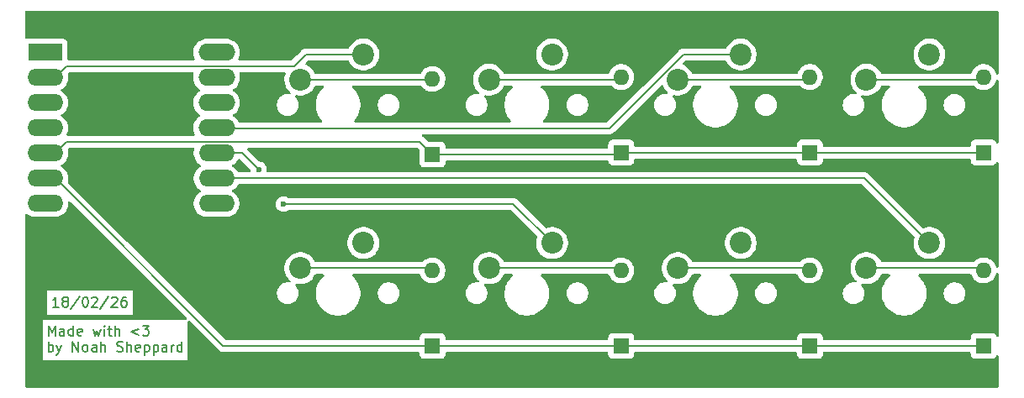
<source format=gtl>
G04 #@! TF.GenerationSoftware,KiCad,Pcbnew,9.0.7*
G04 #@! TF.CreationDate,2026-02-18T19:16:34+11:00*
G04 #@! TF.ProjectId,noahs-macropad,6e6f6168-732d-46d6-9163-726f7061642e,rev?*
G04 #@! TF.SameCoordinates,Original*
G04 #@! TF.FileFunction,Copper,L1,Top*
G04 #@! TF.FilePolarity,Positive*
%FSLAX46Y46*%
G04 Gerber Fmt 4.6, Leading zero omitted, Abs format (unit mm)*
G04 Created by KiCad (PCBNEW 9.0.7) date 2026-02-18 19:16:34*
%MOMM*%
%LPD*%
G01*
G04 APERTURE LIST*
%ADD10C,0.150000*%
G04 #@! TA.AperFunction,NonConductor*
%ADD11C,0.150000*%
G04 #@! TD*
G04 #@! TA.AperFunction,ComponentPad*
%ADD12R,1.600000X1.600000*%
G04 #@! TD*
G04 #@! TA.AperFunction,ComponentPad*
%ADD13O,1.600000X1.600000*%
G04 #@! TD*
G04 #@! TA.AperFunction,ComponentPad*
%ADD14C,2.200000*%
G04 #@! TD*
G04 #@! TA.AperFunction,ComponentPad*
%ADD15R,3.500000X1.700000*%
G04 #@! TD*
G04 #@! TA.AperFunction,ComponentPad*
%ADD16O,3.600000X1.700000*%
G04 #@! TD*
G04 #@! TA.AperFunction,ComponentPad*
%ADD17O,3.700000X1.700000*%
G04 #@! TD*
G04 #@! TA.AperFunction,ViaPad*
%ADD18C,0.600000*%
G04 #@! TD*
G04 #@! TA.AperFunction,Conductor*
%ADD19C,0.200000*%
G04 #@! TD*
G04 APERTURE END LIST*
D10*
D11*
X31360588Y-129869819D02*
X30789160Y-129869819D01*
X31074874Y-129869819D02*
X31074874Y-128869819D01*
X31074874Y-128869819D02*
X30979636Y-129012676D01*
X30979636Y-129012676D02*
X30884398Y-129107914D01*
X30884398Y-129107914D02*
X30789160Y-129155533D01*
X31932017Y-129298390D02*
X31836779Y-129250771D01*
X31836779Y-129250771D02*
X31789160Y-129203152D01*
X31789160Y-129203152D02*
X31741541Y-129107914D01*
X31741541Y-129107914D02*
X31741541Y-129060295D01*
X31741541Y-129060295D02*
X31789160Y-128965057D01*
X31789160Y-128965057D02*
X31836779Y-128917438D01*
X31836779Y-128917438D02*
X31932017Y-128869819D01*
X31932017Y-128869819D02*
X32122493Y-128869819D01*
X32122493Y-128869819D02*
X32217731Y-128917438D01*
X32217731Y-128917438D02*
X32265350Y-128965057D01*
X32265350Y-128965057D02*
X32312969Y-129060295D01*
X32312969Y-129060295D02*
X32312969Y-129107914D01*
X32312969Y-129107914D02*
X32265350Y-129203152D01*
X32265350Y-129203152D02*
X32217731Y-129250771D01*
X32217731Y-129250771D02*
X32122493Y-129298390D01*
X32122493Y-129298390D02*
X31932017Y-129298390D01*
X31932017Y-129298390D02*
X31836779Y-129346009D01*
X31836779Y-129346009D02*
X31789160Y-129393628D01*
X31789160Y-129393628D02*
X31741541Y-129488866D01*
X31741541Y-129488866D02*
X31741541Y-129679342D01*
X31741541Y-129679342D02*
X31789160Y-129774580D01*
X31789160Y-129774580D02*
X31836779Y-129822200D01*
X31836779Y-129822200D02*
X31932017Y-129869819D01*
X31932017Y-129869819D02*
X32122493Y-129869819D01*
X32122493Y-129869819D02*
X32217731Y-129822200D01*
X32217731Y-129822200D02*
X32265350Y-129774580D01*
X32265350Y-129774580D02*
X32312969Y-129679342D01*
X32312969Y-129679342D02*
X32312969Y-129488866D01*
X32312969Y-129488866D02*
X32265350Y-129393628D01*
X32265350Y-129393628D02*
X32217731Y-129346009D01*
X32217731Y-129346009D02*
X32122493Y-129298390D01*
X33455826Y-128822200D02*
X32598684Y-130107914D01*
X33979636Y-128869819D02*
X34074874Y-128869819D01*
X34074874Y-128869819D02*
X34170112Y-128917438D01*
X34170112Y-128917438D02*
X34217731Y-128965057D01*
X34217731Y-128965057D02*
X34265350Y-129060295D01*
X34265350Y-129060295D02*
X34312969Y-129250771D01*
X34312969Y-129250771D02*
X34312969Y-129488866D01*
X34312969Y-129488866D02*
X34265350Y-129679342D01*
X34265350Y-129679342D02*
X34217731Y-129774580D01*
X34217731Y-129774580D02*
X34170112Y-129822200D01*
X34170112Y-129822200D02*
X34074874Y-129869819D01*
X34074874Y-129869819D02*
X33979636Y-129869819D01*
X33979636Y-129869819D02*
X33884398Y-129822200D01*
X33884398Y-129822200D02*
X33836779Y-129774580D01*
X33836779Y-129774580D02*
X33789160Y-129679342D01*
X33789160Y-129679342D02*
X33741541Y-129488866D01*
X33741541Y-129488866D02*
X33741541Y-129250771D01*
X33741541Y-129250771D02*
X33789160Y-129060295D01*
X33789160Y-129060295D02*
X33836779Y-128965057D01*
X33836779Y-128965057D02*
X33884398Y-128917438D01*
X33884398Y-128917438D02*
X33979636Y-128869819D01*
X34693922Y-128965057D02*
X34741541Y-128917438D01*
X34741541Y-128917438D02*
X34836779Y-128869819D01*
X34836779Y-128869819D02*
X35074874Y-128869819D01*
X35074874Y-128869819D02*
X35170112Y-128917438D01*
X35170112Y-128917438D02*
X35217731Y-128965057D01*
X35217731Y-128965057D02*
X35265350Y-129060295D01*
X35265350Y-129060295D02*
X35265350Y-129155533D01*
X35265350Y-129155533D02*
X35217731Y-129298390D01*
X35217731Y-129298390D02*
X34646303Y-129869819D01*
X34646303Y-129869819D02*
X35265350Y-129869819D01*
X36408207Y-128822200D02*
X35551065Y-130107914D01*
X36693922Y-128965057D02*
X36741541Y-128917438D01*
X36741541Y-128917438D02*
X36836779Y-128869819D01*
X36836779Y-128869819D02*
X37074874Y-128869819D01*
X37074874Y-128869819D02*
X37170112Y-128917438D01*
X37170112Y-128917438D02*
X37217731Y-128965057D01*
X37217731Y-128965057D02*
X37265350Y-129060295D01*
X37265350Y-129060295D02*
X37265350Y-129155533D01*
X37265350Y-129155533D02*
X37217731Y-129298390D01*
X37217731Y-129298390D02*
X36646303Y-129869819D01*
X36646303Y-129869819D02*
X37265350Y-129869819D01*
X38122493Y-128869819D02*
X37932017Y-128869819D01*
X37932017Y-128869819D02*
X37836779Y-128917438D01*
X37836779Y-128917438D02*
X37789160Y-128965057D01*
X37789160Y-128965057D02*
X37693922Y-129107914D01*
X37693922Y-129107914D02*
X37646303Y-129298390D01*
X37646303Y-129298390D02*
X37646303Y-129679342D01*
X37646303Y-129679342D02*
X37693922Y-129774580D01*
X37693922Y-129774580D02*
X37741541Y-129822200D01*
X37741541Y-129822200D02*
X37836779Y-129869819D01*
X37836779Y-129869819D02*
X38027255Y-129869819D01*
X38027255Y-129869819D02*
X38122493Y-129822200D01*
X38122493Y-129822200D02*
X38170112Y-129774580D01*
X38170112Y-129774580D02*
X38217731Y-129679342D01*
X38217731Y-129679342D02*
X38217731Y-129441247D01*
X38217731Y-129441247D02*
X38170112Y-129346009D01*
X38170112Y-129346009D02*
X38122493Y-129298390D01*
X38122493Y-129298390D02*
X38027255Y-129250771D01*
X38027255Y-129250771D02*
X37836779Y-129250771D01*
X37836779Y-129250771D02*
X37741541Y-129298390D01*
X37741541Y-129298390D02*
X37693922Y-129346009D01*
X37693922Y-129346009D02*
X37646303Y-129441247D01*
D10*
D11*
X30336779Y-132759875D02*
X30336779Y-131759875D01*
X30336779Y-131759875D02*
X30670112Y-132474160D01*
X30670112Y-132474160D02*
X31003445Y-131759875D01*
X31003445Y-131759875D02*
X31003445Y-132759875D01*
X31908207Y-132759875D02*
X31908207Y-132236065D01*
X31908207Y-132236065D02*
X31860588Y-132140827D01*
X31860588Y-132140827D02*
X31765350Y-132093208D01*
X31765350Y-132093208D02*
X31574874Y-132093208D01*
X31574874Y-132093208D02*
X31479636Y-132140827D01*
X31908207Y-132712256D02*
X31812969Y-132759875D01*
X31812969Y-132759875D02*
X31574874Y-132759875D01*
X31574874Y-132759875D02*
X31479636Y-132712256D01*
X31479636Y-132712256D02*
X31432017Y-132617017D01*
X31432017Y-132617017D02*
X31432017Y-132521779D01*
X31432017Y-132521779D02*
X31479636Y-132426541D01*
X31479636Y-132426541D02*
X31574874Y-132378922D01*
X31574874Y-132378922D02*
X31812969Y-132378922D01*
X31812969Y-132378922D02*
X31908207Y-132331303D01*
X32812969Y-132759875D02*
X32812969Y-131759875D01*
X32812969Y-132712256D02*
X32717731Y-132759875D01*
X32717731Y-132759875D02*
X32527255Y-132759875D01*
X32527255Y-132759875D02*
X32432017Y-132712256D01*
X32432017Y-132712256D02*
X32384398Y-132664636D01*
X32384398Y-132664636D02*
X32336779Y-132569398D01*
X32336779Y-132569398D02*
X32336779Y-132283684D01*
X32336779Y-132283684D02*
X32384398Y-132188446D01*
X32384398Y-132188446D02*
X32432017Y-132140827D01*
X32432017Y-132140827D02*
X32527255Y-132093208D01*
X32527255Y-132093208D02*
X32717731Y-132093208D01*
X32717731Y-132093208D02*
X32812969Y-132140827D01*
X33670112Y-132712256D02*
X33574874Y-132759875D01*
X33574874Y-132759875D02*
X33384398Y-132759875D01*
X33384398Y-132759875D02*
X33289160Y-132712256D01*
X33289160Y-132712256D02*
X33241541Y-132617017D01*
X33241541Y-132617017D02*
X33241541Y-132236065D01*
X33241541Y-132236065D02*
X33289160Y-132140827D01*
X33289160Y-132140827D02*
X33384398Y-132093208D01*
X33384398Y-132093208D02*
X33574874Y-132093208D01*
X33574874Y-132093208D02*
X33670112Y-132140827D01*
X33670112Y-132140827D02*
X33717731Y-132236065D01*
X33717731Y-132236065D02*
X33717731Y-132331303D01*
X33717731Y-132331303D02*
X33241541Y-132426541D01*
X34812970Y-132093208D02*
X35003446Y-132759875D01*
X35003446Y-132759875D02*
X35193922Y-132283684D01*
X35193922Y-132283684D02*
X35384398Y-132759875D01*
X35384398Y-132759875D02*
X35574874Y-132093208D01*
X35955827Y-132759875D02*
X35955827Y-132093208D01*
X35955827Y-131759875D02*
X35908208Y-131807494D01*
X35908208Y-131807494D02*
X35955827Y-131855113D01*
X35955827Y-131855113D02*
X36003446Y-131807494D01*
X36003446Y-131807494D02*
X35955827Y-131759875D01*
X35955827Y-131759875D02*
X35955827Y-131855113D01*
X36289160Y-132093208D02*
X36670112Y-132093208D01*
X36432017Y-131759875D02*
X36432017Y-132617017D01*
X36432017Y-132617017D02*
X36479636Y-132712256D01*
X36479636Y-132712256D02*
X36574874Y-132759875D01*
X36574874Y-132759875D02*
X36670112Y-132759875D01*
X37003446Y-132759875D02*
X37003446Y-131759875D01*
X37432017Y-132759875D02*
X37432017Y-132236065D01*
X37432017Y-132236065D02*
X37384398Y-132140827D01*
X37384398Y-132140827D02*
X37289160Y-132093208D01*
X37289160Y-132093208D02*
X37146303Y-132093208D01*
X37146303Y-132093208D02*
X37051065Y-132140827D01*
X37051065Y-132140827D02*
X37003446Y-132188446D01*
X39432018Y-132093208D02*
X38670113Y-132378922D01*
X38670113Y-132378922D02*
X39432018Y-132664636D01*
X39812970Y-131759875D02*
X40432017Y-131759875D01*
X40432017Y-131759875D02*
X40098684Y-132140827D01*
X40098684Y-132140827D02*
X40241541Y-132140827D01*
X40241541Y-132140827D02*
X40336779Y-132188446D01*
X40336779Y-132188446D02*
X40384398Y-132236065D01*
X40384398Y-132236065D02*
X40432017Y-132331303D01*
X40432017Y-132331303D02*
X40432017Y-132569398D01*
X40432017Y-132569398D02*
X40384398Y-132664636D01*
X40384398Y-132664636D02*
X40336779Y-132712256D01*
X40336779Y-132712256D02*
X40241541Y-132759875D01*
X40241541Y-132759875D02*
X39955827Y-132759875D01*
X39955827Y-132759875D02*
X39860589Y-132712256D01*
X39860589Y-132712256D02*
X39812970Y-132664636D01*
X30336779Y-134369819D02*
X30336779Y-133369819D01*
X30336779Y-133750771D02*
X30432017Y-133703152D01*
X30432017Y-133703152D02*
X30622493Y-133703152D01*
X30622493Y-133703152D02*
X30717731Y-133750771D01*
X30717731Y-133750771D02*
X30765350Y-133798390D01*
X30765350Y-133798390D02*
X30812969Y-133893628D01*
X30812969Y-133893628D02*
X30812969Y-134179342D01*
X30812969Y-134179342D02*
X30765350Y-134274580D01*
X30765350Y-134274580D02*
X30717731Y-134322200D01*
X30717731Y-134322200D02*
X30622493Y-134369819D01*
X30622493Y-134369819D02*
X30432017Y-134369819D01*
X30432017Y-134369819D02*
X30336779Y-134322200D01*
X31146303Y-133703152D02*
X31384398Y-134369819D01*
X31622493Y-133703152D02*
X31384398Y-134369819D01*
X31384398Y-134369819D02*
X31289160Y-134607914D01*
X31289160Y-134607914D02*
X31241541Y-134655533D01*
X31241541Y-134655533D02*
X31146303Y-134703152D01*
X32765351Y-134369819D02*
X32765351Y-133369819D01*
X32765351Y-133369819D02*
X33336779Y-134369819D01*
X33336779Y-134369819D02*
X33336779Y-133369819D01*
X33955827Y-134369819D02*
X33860589Y-134322200D01*
X33860589Y-134322200D02*
X33812970Y-134274580D01*
X33812970Y-134274580D02*
X33765351Y-134179342D01*
X33765351Y-134179342D02*
X33765351Y-133893628D01*
X33765351Y-133893628D02*
X33812970Y-133798390D01*
X33812970Y-133798390D02*
X33860589Y-133750771D01*
X33860589Y-133750771D02*
X33955827Y-133703152D01*
X33955827Y-133703152D02*
X34098684Y-133703152D01*
X34098684Y-133703152D02*
X34193922Y-133750771D01*
X34193922Y-133750771D02*
X34241541Y-133798390D01*
X34241541Y-133798390D02*
X34289160Y-133893628D01*
X34289160Y-133893628D02*
X34289160Y-134179342D01*
X34289160Y-134179342D02*
X34241541Y-134274580D01*
X34241541Y-134274580D02*
X34193922Y-134322200D01*
X34193922Y-134322200D02*
X34098684Y-134369819D01*
X34098684Y-134369819D02*
X33955827Y-134369819D01*
X35146303Y-134369819D02*
X35146303Y-133846009D01*
X35146303Y-133846009D02*
X35098684Y-133750771D01*
X35098684Y-133750771D02*
X35003446Y-133703152D01*
X35003446Y-133703152D02*
X34812970Y-133703152D01*
X34812970Y-133703152D02*
X34717732Y-133750771D01*
X35146303Y-134322200D02*
X35051065Y-134369819D01*
X35051065Y-134369819D02*
X34812970Y-134369819D01*
X34812970Y-134369819D02*
X34717732Y-134322200D01*
X34717732Y-134322200D02*
X34670113Y-134226961D01*
X34670113Y-134226961D02*
X34670113Y-134131723D01*
X34670113Y-134131723D02*
X34717732Y-134036485D01*
X34717732Y-134036485D02*
X34812970Y-133988866D01*
X34812970Y-133988866D02*
X35051065Y-133988866D01*
X35051065Y-133988866D02*
X35146303Y-133941247D01*
X35622494Y-134369819D02*
X35622494Y-133369819D01*
X36051065Y-134369819D02*
X36051065Y-133846009D01*
X36051065Y-133846009D02*
X36003446Y-133750771D01*
X36003446Y-133750771D02*
X35908208Y-133703152D01*
X35908208Y-133703152D02*
X35765351Y-133703152D01*
X35765351Y-133703152D02*
X35670113Y-133750771D01*
X35670113Y-133750771D02*
X35622494Y-133798390D01*
X37241542Y-134322200D02*
X37384399Y-134369819D01*
X37384399Y-134369819D02*
X37622494Y-134369819D01*
X37622494Y-134369819D02*
X37717732Y-134322200D01*
X37717732Y-134322200D02*
X37765351Y-134274580D01*
X37765351Y-134274580D02*
X37812970Y-134179342D01*
X37812970Y-134179342D02*
X37812970Y-134084104D01*
X37812970Y-134084104D02*
X37765351Y-133988866D01*
X37765351Y-133988866D02*
X37717732Y-133941247D01*
X37717732Y-133941247D02*
X37622494Y-133893628D01*
X37622494Y-133893628D02*
X37432018Y-133846009D01*
X37432018Y-133846009D02*
X37336780Y-133798390D01*
X37336780Y-133798390D02*
X37289161Y-133750771D01*
X37289161Y-133750771D02*
X37241542Y-133655533D01*
X37241542Y-133655533D02*
X37241542Y-133560295D01*
X37241542Y-133560295D02*
X37289161Y-133465057D01*
X37289161Y-133465057D02*
X37336780Y-133417438D01*
X37336780Y-133417438D02*
X37432018Y-133369819D01*
X37432018Y-133369819D02*
X37670113Y-133369819D01*
X37670113Y-133369819D02*
X37812970Y-133417438D01*
X38241542Y-134369819D02*
X38241542Y-133369819D01*
X38670113Y-134369819D02*
X38670113Y-133846009D01*
X38670113Y-133846009D02*
X38622494Y-133750771D01*
X38622494Y-133750771D02*
X38527256Y-133703152D01*
X38527256Y-133703152D02*
X38384399Y-133703152D01*
X38384399Y-133703152D02*
X38289161Y-133750771D01*
X38289161Y-133750771D02*
X38241542Y-133798390D01*
X39527256Y-134322200D02*
X39432018Y-134369819D01*
X39432018Y-134369819D02*
X39241542Y-134369819D01*
X39241542Y-134369819D02*
X39146304Y-134322200D01*
X39146304Y-134322200D02*
X39098685Y-134226961D01*
X39098685Y-134226961D02*
X39098685Y-133846009D01*
X39098685Y-133846009D02*
X39146304Y-133750771D01*
X39146304Y-133750771D02*
X39241542Y-133703152D01*
X39241542Y-133703152D02*
X39432018Y-133703152D01*
X39432018Y-133703152D02*
X39527256Y-133750771D01*
X39527256Y-133750771D02*
X39574875Y-133846009D01*
X39574875Y-133846009D02*
X39574875Y-133941247D01*
X39574875Y-133941247D02*
X39098685Y-134036485D01*
X40003447Y-133703152D02*
X40003447Y-134703152D01*
X40003447Y-133750771D02*
X40098685Y-133703152D01*
X40098685Y-133703152D02*
X40289161Y-133703152D01*
X40289161Y-133703152D02*
X40384399Y-133750771D01*
X40384399Y-133750771D02*
X40432018Y-133798390D01*
X40432018Y-133798390D02*
X40479637Y-133893628D01*
X40479637Y-133893628D02*
X40479637Y-134179342D01*
X40479637Y-134179342D02*
X40432018Y-134274580D01*
X40432018Y-134274580D02*
X40384399Y-134322200D01*
X40384399Y-134322200D02*
X40289161Y-134369819D01*
X40289161Y-134369819D02*
X40098685Y-134369819D01*
X40098685Y-134369819D02*
X40003447Y-134322200D01*
X40908209Y-133703152D02*
X40908209Y-134703152D01*
X40908209Y-133750771D02*
X41003447Y-133703152D01*
X41003447Y-133703152D02*
X41193923Y-133703152D01*
X41193923Y-133703152D02*
X41289161Y-133750771D01*
X41289161Y-133750771D02*
X41336780Y-133798390D01*
X41336780Y-133798390D02*
X41384399Y-133893628D01*
X41384399Y-133893628D02*
X41384399Y-134179342D01*
X41384399Y-134179342D02*
X41336780Y-134274580D01*
X41336780Y-134274580D02*
X41289161Y-134322200D01*
X41289161Y-134322200D02*
X41193923Y-134369819D01*
X41193923Y-134369819D02*
X41003447Y-134369819D01*
X41003447Y-134369819D02*
X40908209Y-134322200D01*
X42241542Y-134369819D02*
X42241542Y-133846009D01*
X42241542Y-133846009D02*
X42193923Y-133750771D01*
X42193923Y-133750771D02*
X42098685Y-133703152D01*
X42098685Y-133703152D02*
X41908209Y-133703152D01*
X41908209Y-133703152D02*
X41812971Y-133750771D01*
X42241542Y-134322200D02*
X42146304Y-134369819D01*
X42146304Y-134369819D02*
X41908209Y-134369819D01*
X41908209Y-134369819D02*
X41812971Y-134322200D01*
X41812971Y-134322200D02*
X41765352Y-134226961D01*
X41765352Y-134226961D02*
X41765352Y-134131723D01*
X41765352Y-134131723D02*
X41812971Y-134036485D01*
X41812971Y-134036485D02*
X41908209Y-133988866D01*
X41908209Y-133988866D02*
X42146304Y-133988866D01*
X42146304Y-133988866D02*
X42241542Y-133941247D01*
X42717733Y-134369819D02*
X42717733Y-133703152D01*
X42717733Y-133893628D02*
X42765352Y-133798390D01*
X42765352Y-133798390D02*
X42812971Y-133750771D01*
X42812971Y-133750771D02*
X42908209Y-133703152D01*
X42908209Y-133703152D02*
X43003447Y-133703152D01*
X43765352Y-134369819D02*
X43765352Y-133369819D01*
X43765352Y-134322200D02*
X43670114Y-134369819D01*
X43670114Y-134369819D02*
X43479638Y-134369819D01*
X43479638Y-134369819D02*
X43384400Y-134322200D01*
X43384400Y-134322200D02*
X43336781Y-134274580D01*
X43336781Y-134274580D02*
X43289162Y-134179342D01*
X43289162Y-134179342D02*
X43289162Y-133893628D01*
X43289162Y-133893628D02*
X43336781Y-133798390D01*
X43336781Y-133798390D02*
X43384400Y-133750771D01*
X43384400Y-133750771D02*
X43479638Y-133703152D01*
X43479638Y-133703152D02*
X43670114Y-133703152D01*
X43670114Y-133703152D02*
X43765352Y-133750771D01*
D12*
X69000000Y-114500000D03*
D13*
X69000000Y-106880000D03*
D14*
X62040000Y-104420000D03*
X55690000Y-106960000D03*
D12*
X88000000Y-133810000D03*
D13*
X88000000Y-126190000D03*
D12*
X107000000Y-133810000D03*
D13*
X107000000Y-126190000D03*
D15*
X30000000Y-104201000D03*
D16*
X30000000Y-106741000D03*
X30000000Y-109281000D03*
X30000000Y-111821000D03*
X30000000Y-114361000D03*
X30000000Y-116901000D03*
X30000000Y-119441000D03*
X47250000Y-119441000D03*
X47250000Y-116901000D03*
X47250000Y-114361000D03*
D17*
X47250000Y-111821000D03*
X47250000Y-109281000D03*
X47250000Y-106741000D03*
X47250000Y-104201000D03*
D12*
X69000000Y-133810000D03*
D13*
X69000000Y-126190000D03*
D12*
X88000000Y-114310000D03*
D13*
X88000000Y-106690000D03*
D14*
X81040000Y-123420000D03*
X74690000Y-125960000D03*
X119040000Y-123420000D03*
X112690000Y-125960000D03*
X100040000Y-123420000D03*
X93690000Y-125960000D03*
D12*
X124500000Y-114310000D03*
D13*
X124500000Y-106690000D03*
D12*
X124500000Y-133810000D03*
D13*
X124500000Y-126190000D03*
D14*
X100040000Y-104420000D03*
X93690000Y-106960000D03*
X81040000Y-104420000D03*
X74690000Y-106960000D03*
X119040000Y-104420000D03*
X112690000Y-106960000D03*
X62040000Y-123420000D03*
X55690000Y-125960000D03*
D12*
X107000000Y-114310000D03*
D13*
X107000000Y-106690000D03*
D18*
X51500000Y-116000000D03*
X54000000Y-119500000D03*
D19*
X32151000Y-113210000D02*
X67710000Y-113210000D01*
X67710000Y-113210000D02*
X69000000Y-114500000D01*
X88000000Y-114310000D02*
X107000000Y-114310000D01*
X69000000Y-114500000D02*
X87810000Y-114500000D01*
X87810000Y-114500000D02*
X88000000Y-114310000D01*
X107000000Y-114310000D02*
X124500000Y-114310000D01*
X31000000Y-114361000D02*
X32151000Y-113210000D01*
X68920000Y-106960000D02*
X69000000Y-106880000D01*
X55690000Y-106960000D02*
X68920000Y-106960000D01*
X74690000Y-106960000D02*
X87730000Y-106960000D01*
X87730000Y-106960000D02*
X88000000Y-106690000D01*
X106730000Y-106960000D02*
X107000000Y-106690000D01*
X93690000Y-106960000D02*
X106730000Y-106960000D01*
X124230000Y-106960000D02*
X124500000Y-106690000D01*
X112690000Y-106960000D02*
X124230000Y-106960000D01*
X88000000Y-133810000D02*
X107000000Y-133810000D01*
X31000000Y-116901000D02*
X47909000Y-133810000D01*
X107000000Y-133810000D02*
X124500000Y-133810000D01*
X47909000Y-133810000D02*
X69000000Y-133810000D01*
X69000000Y-133810000D02*
X88000000Y-133810000D01*
X55690000Y-125960000D02*
X68770000Y-125960000D01*
X68770000Y-125960000D02*
X69000000Y-126190000D01*
X87770000Y-125960000D02*
X88000000Y-126190000D01*
X74690000Y-125960000D02*
X87770000Y-125960000D01*
X106770000Y-125960000D02*
X107000000Y-126190000D01*
X93690000Y-125960000D02*
X106770000Y-125960000D01*
X112690000Y-125960000D02*
X124270000Y-125960000D01*
X124270000Y-125960000D02*
X124500000Y-126190000D01*
X31000000Y-106741000D02*
X32151000Y-105590000D01*
X55078686Y-105590000D02*
X56248686Y-104420000D01*
X32151000Y-105590000D02*
X55078686Y-105590000D01*
X56248686Y-104420000D02*
X62040000Y-104420000D01*
X54000000Y-119500000D02*
X77120000Y-119500000D01*
X77120000Y-119500000D02*
X81040000Y-123420000D01*
X49861000Y-114361000D02*
X51500000Y-116000000D01*
X46250000Y-114361000D02*
X49861000Y-114361000D01*
X46250000Y-111821000D02*
X46280000Y-111851000D01*
X94248686Y-104420000D02*
X100040000Y-104420000D01*
X86817686Y-111851000D02*
X94248686Y-104420000D01*
X46280000Y-111851000D02*
X86817686Y-111851000D01*
X112521000Y-116901000D02*
X119040000Y-123420000D01*
X46250000Y-116901000D02*
X112521000Y-116901000D01*
G04 #@! TA.AperFunction,NonConductor*
G36*
X54153529Y-106210185D02*
G01*
X54199284Y-106262989D01*
X54209228Y-106332147D01*
X54204422Y-106352810D01*
X54195335Y-106380781D01*
X54128909Y-106585214D01*
X54096102Y-106792352D01*
X54089500Y-106834038D01*
X54089500Y-107085962D01*
X54105855Y-107189221D01*
X54128910Y-107334785D01*
X54206760Y-107574383D01*
X54271860Y-107702147D01*
X54312993Y-107782876D01*
X54321132Y-107798848D01*
X54469201Y-108002649D01*
X54469205Y-108002654D01*
X54469207Y-108002656D01*
X54647344Y-108180793D01*
X54647345Y-108180794D01*
X54647344Y-108180794D01*
X54653661Y-108185383D01*
X54696327Y-108240714D01*
X54702305Y-108310327D01*
X54669699Y-108372122D01*
X54608860Y-108406479D01*
X54561378Y-108408174D01*
X54506611Y-108399500D01*
X54333389Y-108399500D01*
X54322574Y-108401213D01*
X54162302Y-108426597D01*
X53997552Y-108480128D01*
X53843211Y-108558768D01*
X53786289Y-108600125D01*
X53703072Y-108660586D01*
X53703070Y-108660588D01*
X53703069Y-108660588D01*
X53580588Y-108783069D01*
X53580588Y-108783070D01*
X53580586Y-108783072D01*
X53536859Y-108843256D01*
X53478768Y-108923211D01*
X53400128Y-109077552D01*
X53346597Y-109242302D01*
X53329146Y-109352486D01*
X53319500Y-109413389D01*
X53319500Y-109586611D01*
X53346598Y-109757701D01*
X53400127Y-109922445D01*
X53478768Y-110076788D01*
X53580586Y-110216928D01*
X53703072Y-110339414D01*
X53843212Y-110441232D01*
X53997555Y-110519873D01*
X54162299Y-110573402D01*
X54333389Y-110600500D01*
X54333390Y-110600500D01*
X54506610Y-110600500D01*
X54506611Y-110600500D01*
X54677701Y-110573402D01*
X54842445Y-110519873D01*
X54996788Y-110441232D01*
X55136928Y-110339414D01*
X55259414Y-110216928D01*
X55361232Y-110076788D01*
X55439873Y-109922445D01*
X55493402Y-109757701D01*
X55520500Y-109586611D01*
X55520500Y-109413389D01*
X55493402Y-109242299D01*
X55439873Y-109077555D01*
X55361232Y-108923212D01*
X55259414Y-108783072D01*
X55207482Y-108731140D01*
X55173997Y-108669817D01*
X55178981Y-108600125D01*
X55220853Y-108544192D01*
X55286317Y-108519775D01*
X55314561Y-108520986D01*
X55315212Y-108521089D01*
X55315215Y-108521090D01*
X55564038Y-108560500D01*
X55564039Y-108560500D01*
X55815961Y-108560500D01*
X55815962Y-108560500D01*
X56064785Y-108521090D01*
X56304379Y-108443241D01*
X56528845Y-108328870D01*
X56732656Y-108180793D01*
X56910793Y-108002656D01*
X57058870Y-107798845D01*
X57145815Y-107628204D01*
X57193789Y-107577409D01*
X57256300Y-107560500D01*
X57965462Y-107560500D01*
X58032501Y-107580185D01*
X58078256Y-107632989D01*
X58088200Y-107702147D01*
X58059175Y-107765703D01*
X58040948Y-107782876D01*
X58012959Y-107804352D01*
X58012952Y-107804358D01*
X57804358Y-108012952D01*
X57804352Y-108012959D01*
X57624761Y-108247006D01*
X57477258Y-108502489D01*
X57477254Y-108502499D01*
X57364364Y-108775038D01*
X57364361Y-108775048D01*
X57288008Y-109060004D01*
X57288006Y-109060015D01*
X57249500Y-109352486D01*
X57249500Y-109647513D01*
X57269499Y-109799412D01*
X57288007Y-109939993D01*
X57362212Y-110216930D01*
X57364361Y-110224951D01*
X57364364Y-110224961D01*
X57477254Y-110497500D01*
X57477258Y-110497510D01*
X57624761Y-110752993D01*
X57804352Y-110987040D01*
X57804358Y-110987047D01*
X57856130Y-111038819D01*
X57889615Y-111100142D01*
X57884631Y-111169834D01*
X57842759Y-111225767D01*
X57777295Y-111250184D01*
X57768449Y-111250500D01*
X49551005Y-111250500D01*
X49483966Y-111230815D01*
X49440521Y-111182796D01*
X49405050Y-111113182D01*
X49280109Y-110941213D01*
X49129786Y-110790890D01*
X48957820Y-110665951D01*
X48957115Y-110665591D01*
X48949054Y-110661485D01*
X48898259Y-110613512D01*
X48881463Y-110545692D01*
X48903999Y-110479556D01*
X48949054Y-110440515D01*
X48957816Y-110436051D01*
X48979789Y-110420086D01*
X49129786Y-110311109D01*
X49129788Y-110311106D01*
X49129792Y-110311104D01*
X49280104Y-110160792D01*
X49280106Y-110160788D01*
X49280109Y-110160786D01*
X49405048Y-109988820D01*
X49405047Y-109988820D01*
X49405051Y-109988816D01*
X49501557Y-109799412D01*
X49567246Y-109597243D01*
X49600500Y-109387287D01*
X49600500Y-109174713D01*
X49567246Y-108964757D01*
X49501557Y-108762588D01*
X49405051Y-108573184D01*
X49405049Y-108573181D01*
X49405048Y-108573179D01*
X49280109Y-108401213D01*
X49129786Y-108250890D01*
X48957820Y-108125951D01*
X48957115Y-108125591D01*
X48949054Y-108121485D01*
X48898259Y-108073512D01*
X48881463Y-108005692D01*
X48903999Y-107939556D01*
X48949054Y-107900515D01*
X48957816Y-107896051D01*
X48990966Y-107871966D01*
X49129786Y-107771109D01*
X49129788Y-107771106D01*
X49129792Y-107771104D01*
X49280104Y-107620792D01*
X49280106Y-107620788D01*
X49280109Y-107620786D01*
X49405048Y-107448820D01*
X49405047Y-107448820D01*
X49405051Y-107448816D01*
X49501557Y-107259412D01*
X49567246Y-107057243D01*
X49600500Y-106847287D01*
X49600500Y-106634713D01*
X49567246Y-106424757D01*
X49543870Y-106352816D01*
X49541876Y-106282977D01*
X49577956Y-106223144D01*
X49640657Y-106192316D01*
X49661802Y-106190500D01*
X54086490Y-106190500D01*
X54153529Y-106210185D01*
G37*
G04 #@! TD.AperFunction*
G04 #@! TA.AperFunction,NonConductor*
G36*
X44905237Y-106210185D02*
G01*
X44950992Y-106262989D01*
X44960936Y-106332147D01*
X44956130Y-106352812D01*
X44943807Y-106390740D01*
X44932753Y-106424760D01*
X44908884Y-106575465D01*
X44899500Y-106634713D01*
X44899500Y-106847287D01*
X44932754Y-107057243D01*
X44975636Y-107189221D01*
X44998444Y-107259414D01*
X45094951Y-107448820D01*
X45219890Y-107620786D01*
X45370213Y-107771109D01*
X45542182Y-107896050D01*
X45550946Y-107900516D01*
X45601742Y-107948491D01*
X45618536Y-108016312D01*
X45595998Y-108082447D01*
X45550946Y-108121484D01*
X45542182Y-108125949D01*
X45370213Y-108250890D01*
X45219890Y-108401213D01*
X45094951Y-108573179D01*
X44998444Y-108762585D01*
X44998443Y-108762587D01*
X44998443Y-108762588D01*
X44991788Y-108783069D01*
X44932753Y-108964760D01*
X44914889Y-109077552D01*
X44899500Y-109174713D01*
X44899500Y-109387287D01*
X44932754Y-109597243D01*
X44984890Y-109757701D01*
X44998444Y-109799414D01*
X45094951Y-109988820D01*
X45219890Y-110160786D01*
X45370213Y-110311109D01*
X45542182Y-110436050D01*
X45550946Y-110440516D01*
X45601742Y-110488491D01*
X45618536Y-110556312D01*
X45595998Y-110622447D01*
X45550946Y-110661484D01*
X45542182Y-110665949D01*
X45370213Y-110790890D01*
X45219890Y-110941213D01*
X45094951Y-111113179D01*
X44998444Y-111302585D01*
X44932753Y-111504760D01*
X44912025Y-111635635D01*
X44899500Y-111714713D01*
X44899500Y-111927287D01*
X44932754Y-112137243D01*
X44998443Y-112339412D01*
X45034703Y-112410577D01*
X45044195Y-112429205D01*
X45057091Y-112497874D01*
X45030815Y-112562615D01*
X44973709Y-112602872D01*
X44933710Y-112609500D01*
X32266290Y-112609500D01*
X32199251Y-112589815D01*
X32153496Y-112537011D01*
X32143552Y-112467853D01*
X32155805Y-112429205D01*
X32201557Y-112339412D01*
X32267246Y-112137243D01*
X32300500Y-111927287D01*
X32300500Y-111714713D01*
X32267246Y-111504757D01*
X32201557Y-111302588D01*
X32105051Y-111113184D01*
X32105049Y-111113181D01*
X32105048Y-111113179D01*
X31980109Y-110941213D01*
X31829786Y-110790890D01*
X31657820Y-110665951D01*
X31657115Y-110665591D01*
X31649054Y-110661485D01*
X31598259Y-110613512D01*
X31581463Y-110545692D01*
X31603999Y-110479556D01*
X31649054Y-110440515D01*
X31657816Y-110436051D01*
X31679789Y-110420086D01*
X31829786Y-110311109D01*
X31829788Y-110311106D01*
X31829792Y-110311104D01*
X31980104Y-110160792D01*
X31980106Y-110160788D01*
X31980109Y-110160786D01*
X32105048Y-109988820D01*
X32105047Y-109988820D01*
X32105051Y-109988816D01*
X32201557Y-109799412D01*
X32267246Y-109597243D01*
X32300500Y-109387287D01*
X32300500Y-109174713D01*
X32267246Y-108964757D01*
X32201557Y-108762588D01*
X32105051Y-108573184D01*
X32105049Y-108573181D01*
X32105048Y-108573179D01*
X31980109Y-108401213D01*
X31829786Y-108250890D01*
X31657820Y-108125951D01*
X31657115Y-108125591D01*
X31649054Y-108121485D01*
X31598259Y-108073512D01*
X31581463Y-108005692D01*
X31603999Y-107939556D01*
X31649054Y-107900515D01*
X31657816Y-107896051D01*
X31690966Y-107871966D01*
X31829786Y-107771109D01*
X31829788Y-107771106D01*
X31829792Y-107771104D01*
X31980104Y-107620792D01*
X31980106Y-107620788D01*
X31980109Y-107620786D01*
X32105048Y-107448820D01*
X32105047Y-107448820D01*
X32105051Y-107448816D01*
X32201557Y-107259412D01*
X32267246Y-107057243D01*
X32300500Y-106847287D01*
X32300500Y-106634713D01*
X32267246Y-106424757D01*
X32265770Y-106420217D01*
X32265335Y-106405002D01*
X32260016Y-106390740D01*
X32264356Y-106370790D01*
X32263772Y-106350379D01*
X32271862Y-106336288D01*
X32274869Y-106322468D01*
X32296016Y-106294218D01*
X32363418Y-106226817D01*
X32424742Y-106193333D01*
X32451098Y-106190500D01*
X44838198Y-106190500D01*
X44905237Y-106210185D01*
G37*
G04 #@! TD.AperFunction*
G04 #@! TA.AperFunction,NonConductor*
G36*
X125942539Y-100020185D02*
G01*
X125988294Y-100072989D01*
X125999500Y-100124500D01*
X125999500Y-106313575D01*
X125979815Y-106380614D01*
X125927011Y-106426369D01*
X125857853Y-106436313D01*
X125794297Y-106407288D01*
X125757569Y-106351894D01*
X125715735Y-106223144D01*
X125705220Y-106190781D01*
X125705218Y-106190778D01*
X125705218Y-106190776D01*
X125624717Y-106032786D01*
X125612287Y-106008390D01*
X125592452Y-105981089D01*
X125491971Y-105842786D01*
X125347213Y-105698028D01*
X125181613Y-105577715D01*
X125181612Y-105577714D01*
X125181610Y-105577713D01*
X125117586Y-105545091D01*
X124999223Y-105484781D01*
X124804534Y-105421522D01*
X124629995Y-105393878D01*
X124602352Y-105389500D01*
X124397648Y-105389500D01*
X124373329Y-105393351D01*
X124195465Y-105421522D01*
X124000776Y-105484781D01*
X123818386Y-105577715D01*
X123652786Y-105698028D01*
X123508028Y-105842786D01*
X123387715Y-106008386D01*
X123294778Y-106190783D01*
X123267799Y-106273818D01*
X123228362Y-106331494D01*
X123164003Y-106358692D01*
X123149868Y-106359500D01*
X114256300Y-106359500D01*
X114189261Y-106339815D01*
X114145815Y-106291795D01*
X114141322Y-106282977D01*
X114058870Y-106121155D01*
X114039952Y-106095117D01*
X113910798Y-105917350D01*
X113910794Y-105917345D01*
X113732654Y-105739205D01*
X113732649Y-105739201D01*
X113528848Y-105591132D01*
X113528847Y-105591131D01*
X113528845Y-105591130D01*
X113451065Y-105551499D01*
X113304383Y-105476760D01*
X113064785Y-105398910D01*
X113005373Y-105389500D01*
X112815962Y-105359500D01*
X112564038Y-105359500D01*
X112439626Y-105379205D01*
X112315214Y-105398910D01*
X112075616Y-105476760D01*
X111851151Y-105591132D01*
X111647350Y-105739201D01*
X111647345Y-105739205D01*
X111469205Y-105917345D01*
X111469201Y-105917350D01*
X111321132Y-106121151D01*
X111206760Y-106345616D01*
X111128910Y-106585214D01*
X111121070Y-106634713D01*
X111089500Y-106834038D01*
X111089500Y-107085962D01*
X111105855Y-107189221D01*
X111128910Y-107334785D01*
X111206760Y-107574383D01*
X111271860Y-107702147D01*
X111312993Y-107782876D01*
X111321132Y-107798848D01*
X111469201Y-108002649D01*
X111469205Y-108002654D01*
X111469207Y-108002656D01*
X111647344Y-108180793D01*
X111647345Y-108180794D01*
X111647344Y-108180794D01*
X111653661Y-108185383D01*
X111696327Y-108240714D01*
X111702305Y-108310327D01*
X111669699Y-108372122D01*
X111608860Y-108406479D01*
X111561378Y-108408174D01*
X111506611Y-108399500D01*
X111333389Y-108399500D01*
X111322574Y-108401213D01*
X111162302Y-108426597D01*
X110997552Y-108480128D01*
X110843211Y-108558768D01*
X110786289Y-108600125D01*
X110703072Y-108660586D01*
X110703070Y-108660588D01*
X110703069Y-108660588D01*
X110580588Y-108783069D01*
X110580588Y-108783070D01*
X110580586Y-108783072D01*
X110536859Y-108843256D01*
X110478768Y-108923211D01*
X110400128Y-109077552D01*
X110346597Y-109242302D01*
X110329146Y-109352486D01*
X110319500Y-109413389D01*
X110319500Y-109586611D01*
X110346598Y-109757701D01*
X110400127Y-109922445D01*
X110478768Y-110076788D01*
X110580586Y-110216928D01*
X110703072Y-110339414D01*
X110843212Y-110441232D01*
X110997555Y-110519873D01*
X111162299Y-110573402D01*
X111333389Y-110600500D01*
X111333390Y-110600500D01*
X111506610Y-110600500D01*
X111506611Y-110600500D01*
X111677701Y-110573402D01*
X111842445Y-110519873D01*
X111996788Y-110441232D01*
X112136928Y-110339414D01*
X112259414Y-110216928D01*
X112361232Y-110076788D01*
X112439873Y-109922445D01*
X112493402Y-109757701D01*
X112520500Y-109586611D01*
X112520500Y-109413389D01*
X112493402Y-109242299D01*
X112439873Y-109077555D01*
X112361232Y-108923212D01*
X112259414Y-108783072D01*
X112207482Y-108731140D01*
X112173997Y-108669817D01*
X112178981Y-108600125D01*
X112220853Y-108544192D01*
X112286317Y-108519775D01*
X112314561Y-108520986D01*
X112315212Y-108521089D01*
X112315215Y-108521090D01*
X112564038Y-108560500D01*
X112564039Y-108560500D01*
X112815961Y-108560500D01*
X112815962Y-108560500D01*
X113064785Y-108521090D01*
X113304379Y-108443241D01*
X113528845Y-108328870D01*
X113732656Y-108180793D01*
X113910793Y-108002656D01*
X114058870Y-107798845D01*
X114145815Y-107628204D01*
X114193789Y-107577409D01*
X114256300Y-107560500D01*
X114965462Y-107560500D01*
X115032501Y-107580185D01*
X115078256Y-107632989D01*
X115088200Y-107702147D01*
X115059175Y-107765703D01*
X115040948Y-107782876D01*
X115012959Y-107804352D01*
X115012952Y-107804358D01*
X114804358Y-108012952D01*
X114804352Y-108012959D01*
X114624761Y-108247006D01*
X114477258Y-108502489D01*
X114477254Y-108502499D01*
X114364364Y-108775038D01*
X114364361Y-108775048D01*
X114288008Y-109060004D01*
X114288006Y-109060015D01*
X114249500Y-109352486D01*
X114249500Y-109647513D01*
X114269499Y-109799412D01*
X114288007Y-109939993D01*
X114362212Y-110216930D01*
X114364361Y-110224951D01*
X114364364Y-110224961D01*
X114477254Y-110497500D01*
X114477258Y-110497510D01*
X114624761Y-110752993D01*
X114804352Y-110987040D01*
X114804358Y-110987047D01*
X115012952Y-111195641D01*
X115012959Y-111195647D01*
X115247006Y-111375238D01*
X115502489Y-111522741D01*
X115502490Y-111522741D01*
X115502493Y-111522743D01*
X115775048Y-111635639D01*
X116060007Y-111711993D01*
X116352494Y-111750500D01*
X116352501Y-111750500D01*
X116647499Y-111750500D01*
X116647506Y-111750500D01*
X116939993Y-111711993D01*
X117224952Y-111635639D01*
X117497507Y-111522743D01*
X117752994Y-111375238D01*
X117987042Y-111195646D01*
X118195646Y-110987042D01*
X118375238Y-110752994D01*
X118522743Y-110497507D01*
X118635639Y-110224952D01*
X118711993Y-109939993D01*
X118750500Y-109647506D01*
X118750500Y-109413389D01*
X120479500Y-109413389D01*
X120479500Y-109586611D01*
X120506598Y-109757701D01*
X120560127Y-109922445D01*
X120638768Y-110076788D01*
X120740586Y-110216928D01*
X120863072Y-110339414D01*
X121003212Y-110441232D01*
X121157555Y-110519873D01*
X121322299Y-110573402D01*
X121493389Y-110600500D01*
X121493390Y-110600500D01*
X121666610Y-110600500D01*
X121666611Y-110600500D01*
X121837701Y-110573402D01*
X122002445Y-110519873D01*
X122156788Y-110441232D01*
X122296928Y-110339414D01*
X122419414Y-110216928D01*
X122521232Y-110076788D01*
X122599873Y-109922445D01*
X122653402Y-109757701D01*
X122680500Y-109586611D01*
X122680500Y-109413389D01*
X122653402Y-109242299D01*
X122599873Y-109077555D01*
X122521232Y-108923212D01*
X122419414Y-108783072D01*
X122296928Y-108660586D01*
X122156788Y-108558768D01*
X122002445Y-108480127D01*
X121837701Y-108426598D01*
X121837699Y-108426597D01*
X121837698Y-108426597D01*
X121677426Y-108401213D01*
X121666611Y-108399500D01*
X121493389Y-108399500D01*
X121482574Y-108401213D01*
X121322302Y-108426597D01*
X121157552Y-108480128D01*
X121003211Y-108558768D01*
X120946289Y-108600125D01*
X120863072Y-108660586D01*
X120863070Y-108660588D01*
X120863069Y-108660588D01*
X120740588Y-108783069D01*
X120740588Y-108783070D01*
X120740586Y-108783072D01*
X120696859Y-108843256D01*
X120638768Y-108923211D01*
X120560128Y-109077552D01*
X120506597Y-109242302D01*
X120489146Y-109352486D01*
X120479500Y-109413389D01*
X118750500Y-109413389D01*
X118750500Y-109352494D01*
X118711993Y-109060007D01*
X118635639Y-108775048D01*
X118522743Y-108502493D01*
X118467309Y-108406479D01*
X118375238Y-108247006D01*
X118195647Y-108012959D01*
X118195641Y-108012952D01*
X117987047Y-107804358D01*
X117987040Y-107804352D01*
X117959052Y-107782876D01*
X117917849Y-107726448D01*
X117913694Y-107656702D01*
X117947906Y-107595782D01*
X118009624Y-107563029D01*
X118034538Y-107560500D01*
X123479953Y-107560500D01*
X123546992Y-107580185D01*
X123567634Y-107596819D01*
X123652786Y-107681971D01*
X123791673Y-107782876D01*
X123818390Y-107802287D01*
X123934607Y-107861503D01*
X124000776Y-107895218D01*
X124000778Y-107895218D01*
X124000781Y-107895220D01*
X124105137Y-107929127D01*
X124195465Y-107958477D01*
X124296557Y-107974488D01*
X124397648Y-107990500D01*
X124397649Y-107990500D01*
X124602351Y-107990500D01*
X124602352Y-107990500D01*
X124804534Y-107958477D01*
X124999219Y-107895220D01*
X125181610Y-107802287D01*
X125285994Y-107726448D01*
X125347213Y-107681971D01*
X125347215Y-107681968D01*
X125347219Y-107681966D01*
X125491966Y-107537219D01*
X125491968Y-107537215D01*
X125491971Y-107537213D01*
X125556194Y-107448816D01*
X125612287Y-107371610D01*
X125705220Y-107189219D01*
X125757569Y-107028106D01*
X125797007Y-106970430D01*
X125861365Y-106943232D01*
X125930212Y-106955147D01*
X125981687Y-107002391D01*
X125999500Y-107066424D01*
X125999500Y-113265951D01*
X125979815Y-113332990D01*
X125927011Y-113378745D01*
X125857853Y-113388689D01*
X125794297Y-113359664D01*
X125759318Y-113309284D01*
X125743797Y-113267671D01*
X125743793Y-113267664D01*
X125657547Y-113152455D01*
X125657544Y-113152452D01*
X125542335Y-113066206D01*
X125542328Y-113066202D01*
X125407482Y-113015908D01*
X125407483Y-113015908D01*
X125347883Y-113009501D01*
X125347881Y-113009500D01*
X125347873Y-113009500D01*
X125347864Y-113009500D01*
X123652129Y-113009500D01*
X123652123Y-113009501D01*
X123592516Y-113015908D01*
X123457671Y-113066202D01*
X123457664Y-113066206D01*
X123342455Y-113152452D01*
X123342452Y-113152455D01*
X123256206Y-113267664D01*
X123256202Y-113267671D01*
X123205908Y-113402517D01*
X123199980Y-113457664D01*
X123199501Y-113462123D01*
X123199500Y-113462135D01*
X123199500Y-113585500D01*
X123179815Y-113652539D01*
X123127011Y-113698294D01*
X123075500Y-113709500D01*
X108424499Y-113709500D01*
X108357460Y-113689815D01*
X108311705Y-113637011D01*
X108300499Y-113585500D01*
X108300499Y-113462129D01*
X108300498Y-113462123D01*
X108300497Y-113462116D01*
X108294091Y-113402517D01*
X108288933Y-113388689D01*
X108243797Y-113267671D01*
X108243793Y-113267664D01*
X108157547Y-113152455D01*
X108157544Y-113152452D01*
X108042335Y-113066206D01*
X108042328Y-113066202D01*
X107907482Y-113015908D01*
X107907483Y-113015908D01*
X107847883Y-113009501D01*
X107847881Y-113009500D01*
X107847873Y-113009500D01*
X107847864Y-113009500D01*
X106152129Y-113009500D01*
X106152123Y-113009501D01*
X106092516Y-113015908D01*
X105957671Y-113066202D01*
X105957664Y-113066206D01*
X105842455Y-113152452D01*
X105842452Y-113152455D01*
X105756206Y-113267664D01*
X105756202Y-113267671D01*
X105705908Y-113402517D01*
X105699980Y-113457664D01*
X105699501Y-113462123D01*
X105699500Y-113462135D01*
X105699500Y-113585500D01*
X105679815Y-113652539D01*
X105627011Y-113698294D01*
X105575500Y-113709500D01*
X89424499Y-113709500D01*
X89357460Y-113689815D01*
X89311705Y-113637011D01*
X89300499Y-113585500D01*
X89300499Y-113462129D01*
X89300498Y-113462123D01*
X89300497Y-113462116D01*
X89294091Y-113402517D01*
X89288933Y-113388689D01*
X89243797Y-113267671D01*
X89243793Y-113267664D01*
X89157547Y-113152455D01*
X89157544Y-113152452D01*
X89042335Y-113066206D01*
X89042328Y-113066202D01*
X88907482Y-113015908D01*
X88907483Y-113015908D01*
X88847883Y-113009501D01*
X88847881Y-113009500D01*
X88847873Y-113009500D01*
X88847864Y-113009500D01*
X87152129Y-113009500D01*
X87152123Y-113009501D01*
X87092516Y-113015908D01*
X86957671Y-113066202D01*
X86957664Y-113066206D01*
X86842455Y-113152452D01*
X86842452Y-113152455D01*
X86756206Y-113267664D01*
X86756202Y-113267671D01*
X86705908Y-113402517D01*
X86699980Y-113457664D01*
X86699501Y-113462123D01*
X86699500Y-113462135D01*
X86699500Y-113775500D01*
X86679815Y-113842539D01*
X86627011Y-113888294D01*
X86575500Y-113899500D01*
X70424499Y-113899500D01*
X70357460Y-113879815D01*
X70311705Y-113827011D01*
X70300499Y-113775500D01*
X70300499Y-113652129D01*
X70300498Y-113652123D01*
X70294091Y-113592516D01*
X70243797Y-113457671D01*
X70243793Y-113457664D01*
X70157547Y-113342455D01*
X70157544Y-113342452D01*
X70042335Y-113256206D01*
X70042328Y-113256202D01*
X69907482Y-113205908D01*
X69907483Y-113205908D01*
X69847883Y-113199501D01*
X69847881Y-113199500D01*
X69847873Y-113199500D01*
X69847865Y-113199500D01*
X68600097Y-113199500D01*
X68533058Y-113179815D01*
X68512416Y-113163181D01*
X68197590Y-112848355D01*
X68197588Y-112848352D01*
X68078717Y-112729481D01*
X68078716Y-112729480D01*
X67998015Y-112682888D01*
X67949799Y-112632321D01*
X67936575Y-112563714D01*
X67962543Y-112498849D01*
X68019457Y-112458320D01*
X68060014Y-112451500D01*
X86731017Y-112451500D01*
X86731033Y-112451501D01*
X86738629Y-112451501D01*
X86896740Y-112451501D01*
X86896743Y-112451501D01*
X87049471Y-112410577D01*
X87099590Y-112381639D01*
X87186402Y-112331520D01*
X87298206Y-112219716D01*
X87298206Y-112219714D01*
X87308414Y-112209507D01*
X87308416Y-112209504D01*
X91999127Y-107518792D01*
X92060448Y-107485309D01*
X92130140Y-107490293D01*
X92186073Y-107532165D01*
X92204735Y-107568150D01*
X92206759Y-107574379D01*
X92312993Y-107782876D01*
X92321132Y-107798848D01*
X92469201Y-108002649D01*
X92469205Y-108002654D01*
X92469207Y-108002656D01*
X92647344Y-108180793D01*
X92647345Y-108180794D01*
X92647344Y-108180794D01*
X92653661Y-108185383D01*
X92696327Y-108240714D01*
X92702305Y-108310327D01*
X92669699Y-108372122D01*
X92608860Y-108406479D01*
X92561378Y-108408174D01*
X92506611Y-108399500D01*
X92333389Y-108399500D01*
X92322574Y-108401213D01*
X92162302Y-108426597D01*
X91997552Y-108480128D01*
X91843211Y-108558768D01*
X91786289Y-108600125D01*
X91703072Y-108660586D01*
X91703070Y-108660588D01*
X91703069Y-108660588D01*
X91580588Y-108783069D01*
X91580588Y-108783070D01*
X91580586Y-108783072D01*
X91536859Y-108843256D01*
X91478768Y-108923211D01*
X91400128Y-109077552D01*
X91346597Y-109242302D01*
X91329146Y-109352486D01*
X91319500Y-109413389D01*
X91319500Y-109586611D01*
X91346598Y-109757701D01*
X91400127Y-109922445D01*
X91478768Y-110076788D01*
X91580586Y-110216928D01*
X91703072Y-110339414D01*
X91843212Y-110441232D01*
X91997555Y-110519873D01*
X92162299Y-110573402D01*
X92333389Y-110600500D01*
X92333390Y-110600500D01*
X92506610Y-110600500D01*
X92506611Y-110600500D01*
X92677701Y-110573402D01*
X92842445Y-110519873D01*
X92996788Y-110441232D01*
X93136928Y-110339414D01*
X93259414Y-110216928D01*
X93361232Y-110076788D01*
X93439873Y-109922445D01*
X93493402Y-109757701D01*
X93520500Y-109586611D01*
X93520500Y-109413389D01*
X93493402Y-109242299D01*
X93439873Y-109077555D01*
X93361232Y-108923212D01*
X93259414Y-108783072D01*
X93207482Y-108731140D01*
X93173997Y-108669817D01*
X93178981Y-108600125D01*
X93220853Y-108544192D01*
X93286317Y-108519775D01*
X93314561Y-108520986D01*
X93315212Y-108521089D01*
X93315215Y-108521090D01*
X93564038Y-108560500D01*
X93564039Y-108560500D01*
X93815961Y-108560500D01*
X93815962Y-108560500D01*
X94064785Y-108521090D01*
X94304379Y-108443241D01*
X94528845Y-108328870D01*
X94732656Y-108180793D01*
X94910793Y-108002656D01*
X95058870Y-107798845D01*
X95145815Y-107628204D01*
X95193789Y-107577409D01*
X95256300Y-107560500D01*
X95965462Y-107560500D01*
X96032501Y-107580185D01*
X96078256Y-107632989D01*
X96088200Y-107702147D01*
X96059175Y-107765703D01*
X96040948Y-107782876D01*
X96012959Y-107804352D01*
X96012952Y-107804358D01*
X95804358Y-108012952D01*
X95804352Y-108012959D01*
X95624761Y-108247006D01*
X95477258Y-108502489D01*
X95477254Y-108502499D01*
X95364364Y-108775038D01*
X95364361Y-108775048D01*
X95288008Y-109060004D01*
X95288006Y-109060015D01*
X95249500Y-109352486D01*
X95249500Y-109647513D01*
X95269499Y-109799412D01*
X95288007Y-109939993D01*
X95362212Y-110216930D01*
X95364361Y-110224951D01*
X95364364Y-110224961D01*
X95477254Y-110497500D01*
X95477258Y-110497510D01*
X95624761Y-110752993D01*
X95804352Y-110987040D01*
X95804358Y-110987047D01*
X96012952Y-111195641D01*
X96012959Y-111195647D01*
X96247006Y-111375238D01*
X96502489Y-111522741D01*
X96502490Y-111522741D01*
X96502493Y-111522743D01*
X96775048Y-111635639D01*
X97060007Y-111711993D01*
X97352494Y-111750500D01*
X97352501Y-111750500D01*
X97647499Y-111750500D01*
X97647506Y-111750500D01*
X97939993Y-111711993D01*
X98224952Y-111635639D01*
X98497507Y-111522743D01*
X98752994Y-111375238D01*
X98987042Y-111195646D01*
X99195646Y-110987042D01*
X99375238Y-110752994D01*
X99522743Y-110497507D01*
X99635639Y-110224952D01*
X99711993Y-109939993D01*
X99750500Y-109647506D01*
X99750500Y-109413389D01*
X101479500Y-109413389D01*
X101479500Y-109586611D01*
X101506598Y-109757701D01*
X101560127Y-109922445D01*
X101638768Y-110076788D01*
X101740586Y-110216928D01*
X101863072Y-110339414D01*
X102003212Y-110441232D01*
X102157555Y-110519873D01*
X102322299Y-110573402D01*
X102493389Y-110600500D01*
X102493390Y-110600500D01*
X102666610Y-110600500D01*
X102666611Y-110600500D01*
X102837701Y-110573402D01*
X103002445Y-110519873D01*
X103156788Y-110441232D01*
X103296928Y-110339414D01*
X103419414Y-110216928D01*
X103521232Y-110076788D01*
X103599873Y-109922445D01*
X103653402Y-109757701D01*
X103680500Y-109586611D01*
X103680500Y-109413389D01*
X103653402Y-109242299D01*
X103599873Y-109077555D01*
X103521232Y-108923212D01*
X103419414Y-108783072D01*
X103296928Y-108660586D01*
X103156788Y-108558768D01*
X103002445Y-108480127D01*
X102837701Y-108426598D01*
X102837699Y-108426597D01*
X102837698Y-108426597D01*
X102677426Y-108401213D01*
X102666611Y-108399500D01*
X102493389Y-108399500D01*
X102482574Y-108401213D01*
X102322302Y-108426597D01*
X102157552Y-108480128D01*
X102003211Y-108558768D01*
X101946289Y-108600125D01*
X101863072Y-108660586D01*
X101863070Y-108660588D01*
X101863069Y-108660588D01*
X101740588Y-108783069D01*
X101740588Y-108783070D01*
X101740586Y-108783072D01*
X101696859Y-108843256D01*
X101638768Y-108923211D01*
X101560128Y-109077552D01*
X101506597Y-109242302D01*
X101489146Y-109352486D01*
X101479500Y-109413389D01*
X99750500Y-109413389D01*
X99750500Y-109352494D01*
X99711993Y-109060007D01*
X99635639Y-108775048D01*
X99522743Y-108502493D01*
X99467309Y-108406479D01*
X99375238Y-108247006D01*
X99195647Y-108012959D01*
X99195641Y-108012952D01*
X98987047Y-107804358D01*
X98987040Y-107804352D01*
X98959052Y-107782876D01*
X98917849Y-107726448D01*
X98913694Y-107656702D01*
X98947906Y-107595782D01*
X99009624Y-107563029D01*
X99034538Y-107560500D01*
X105979953Y-107560500D01*
X106046992Y-107580185D01*
X106067634Y-107596819D01*
X106152786Y-107681971D01*
X106291673Y-107782876D01*
X106318390Y-107802287D01*
X106434607Y-107861503D01*
X106500776Y-107895218D01*
X106500778Y-107895218D01*
X106500781Y-107895220D01*
X106605137Y-107929127D01*
X106695465Y-107958477D01*
X106796557Y-107974488D01*
X106897648Y-107990500D01*
X106897649Y-107990500D01*
X107102351Y-107990500D01*
X107102352Y-107990500D01*
X107304534Y-107958477D01*
X107499219Y-107895220D01*
X107681610Y-107802287D01*
X107785994Y-107726448D01*
X107847213Y-107681971D01*
X107847215Y-107681968D01*
X107847219Y-107681966D01*
X107991966Y-107537219D01*
X107991968Y-107537215D01*
X107991971Y-107537213D01*
X108056194Y-107448816D01*
X108112287Y-107371610D01*
X108205220Y-107189219D01*
X108268477Y-106994534D01*
X108300500Y-106792352D01*
X108300500Y-106587648D01*
X108268477Y-106385466D01*
X108266900Y-106380614D01*
X108215735Y-106223144D01*
X108205220Y-106190781D01*
X108205218Y-106190778D01*
X108205218Y-106190776D01*
X108124717Y-106032786D01*
X108112287Y-106008390D01*
X108092452Y-105981089D01*
X107991971Y-105842786D01*
X107847213Y-105698028D01*
X107681613Y-105577715D01*
X107681612Y-105577714D01*
X107681610Y-105577713D01*
X107617586Y-105545091D01*
X107499223Y-105484781D01*
X107304534Y-105421522D01*
X107129995Y-105393878D01*
X107102352Y-105389500D01*
X106897648Y-105389500D01*
X106873329Y-105393351D01*
X106695465Y-105421522D01*
X106500776Y-105484781D01*
X106318386Y-105577715D01*
X106152786Y-105698028D01*
X106008028Y-105842786D01*
X105887715Y-106008386D01*
X105794778Y-106190783D01*
X105767799Y-106273818D01*
X105728362Y-106331494D01*
X105664003Y-106358692D01*
X105649868Y-106359500D01*
X95256300Y-106359500D01*
X95189261Y-106339815D01*
X95145815Y-106291795D01*
X95141322Y-106282977D01*
X95058870Y-106121155D01*
X95039952Y-106095117D01*
X94910798Y-105917350D01*
X94910794Y-105917345D01*
X94732654Y-105739205D01*
X94732649Y-105739201D01*
X94528848Y-105591132D01*
X94528847Y-105591131D01*
X94528845Y-105591130D01*
X94304379Y-105476759D01*
X94298150Y-105474735D01*
X94240477Y-105435294D01*
X94213282Y-105370934D01*
X94225201Y-105302088D01*
X94248788Y-105269132D01*
X94461103Y-105056816D01*
X94522425Y-105023334D01*
X94548783Y-105020500D01*
X98473700Y-105020500D01*
X98540739Y-105040185D01*
X98584185Y-105088205D01*
X98671132Y-105258848D01*
X98819201Y-105462649D01*
X98819205Y-105462654D01*
X98997345Y-105640794D01*
X98997350Y-105640798D01*
X99172035Y-105767713D01*
X99201155Y-105788870D01*
X99344184Y-105861747D01*
X99425616Y-105903239D01*
X99425618Y-105903239D01*
X99425621Y-105903241D01*
X99665215Y-105981090D01*
X99914038Y-106020500D01*
X99914039Y-106020500D01*
X100165961Y-106020500D01*
X100165962Y-106020500D01*
X100414785Y-105981090D01*
X100654379Y-105903241D01*
X100878845Y-105788870D01*
X101082656Y-105640793D01*
X101260793Y-105462656D01*
X101408870Y-105258845D01*
X101523241Y-105034379D01*
X101601090Y-104794785D01*
X101640500Y-104545962D01*
X101640500Y-104294038D01*
X117439500Y-104294038D01*
X117439500Y-104545961D01*
X117478910Y-104794785D01*
X117556760Y-105034383D01*
X117671132Y-105258848D01*
X117819201Y-105462649D01*
X117819205Y-105462654D01*
X117997345Y-105640794D01*
X117997350Y-105640798D01*
X118172035Y-105767713D01*
X118201155Y-105788870D01*
X118344184Y-105861747D01*
X118425616Y-105903239D01*
X118425618Y-105903239D01*
X118425621Y-105903241D01*
X118665215Y-105981090D01*
X118914038Y-106020500D01*
X118914039Y-106020500D01*
X119165961Y-106020500D01*
X119165962Y-106020500D01*
X119414785Y-105981090D01*
X119654379Y-105903241D01*
X119878845Y-105788870D01*
X120082656Y-105640793D01*
X120260793Y-105462656D01*
X120408870Y-105258845D01*
X120523241Y-105034379D01*
X120601090Y-104794785D01*
X120640500Y-104545962D01*
X120640500Y-104294038D01*
X120601090Y-104045215D01*
X120523241Y-103805621D01*
X120523239Y-103805618D01*
X120523239Y-103805616D01*
X120481747Y-103724184D01*
X120408870Y-103581155D01*
X120389952Y-103555117D01*
X120260798Y-103377350D01*
X120260794Y-103377345D01*
X120082654Y-103199205D01*
X120082649Y-103199201D01*
X119878848Y-103051132D01*
X119878847Y-103051131D01*
X119878845Y-103051130D01*
X119808747Y-103015413D01*
X119654383Y-102936760D01*
X119414785Y-102858910D01*
X119327037Y-102845012D01*
X119165962Y-102819500D01*
X118914038Y-102819500D01*
X118789626Y-102839205D01*
X118665214Y-102858910D01*
X118425616Y-102936760D01*
X118201151Y-103051132D01*
X117997350Y-103199201D01*
X117997345Y-103199205D01*
X117819205Y-103377345D01*
X117819201Y-103377350D01*
X117671132Y-103581151D01*
X117556760Y-103805616D01*
X117478910Y-104045214D01*
X117439500Y-104294038D01*
X101640500Y-104294038D01*
X101601090Y-104045215D01*
X101523241Y-103805621D01*
X101523239Y-103805618D01*
X101523239Y-103805616D01*
X101481747Y-103724184D01*
X101408870Y-103581155D01*
X101389952Y-103555117D01*
X101260798Y-103377350D01*
X101260794Y-103377345D01*
X101082654Y-103199205D01*
X101082649Y-103199201D01*
X100878848Y-103051132D01*
X100878847Y-103051131D01*
X100878845Y-103051130D01*
X100808747Y-103015413D01*
X100654383Y-102936760D01*
X100414785Y-102858910D01*
X100327037Y-102845012D01*
X100165962Y-102819500D01*
X99914038Y-102819500D01*
X99789626Y-102839205D01*
X99665214Y-102858910D01*
X99425616Y-102936760D01*
X99201151Y-103051132D01*
X98997350Y-103199201D01*
X98997345Y-103199205D01*
X98819205Y-103377345D01*
X98819201Y-103377350D01*
X98671132Y-103581151D01*
X98671130Y-103581155D01*
X98619448Y-103682588D01*
X98584185Y-103751795D01*
X98536211Y-103802591D01*
X98473700Y-103819500D01*
X94335355Y-103819500D01*
X94335339Y-103819499D01*
X94327743Y-103819499D01*
X94169629Y-103819499D01*
X94089696Y-103840917D01*
X94016902Y-103860422D01*
X93974752Y-103884758D01*
X93974751Y-103884757D01*
X93879973Y-103939477D01*
X93879968Y-103939481D01*
X93774236Y-104045214D01*
X93768166Y-104051284D01*
X93768164Y-104051286D01*
X90186462Y-107632989D01*
X86605270Y-111214181D01*
X86543947Y-111247666D01*
X86517589Y-111250500D01*
X80231551Y-111250500D01*
X80164512Y-111230815D01*
X80118757Y-111178011D01*
X80108813Y-111108853D01*
X80137838Y-111045297D01*
X80143870Y-111038819D01*
X80195641Y-110987047D01*
X80195646Y-110987042D01*
X80375238Y-110752994D01*
X80522743Y-110497507D01*
X80635639Y-110224952D01*
X80711993Y-109939993D01*
X80750500Y-109647506D01*
X80750500Y-109413389D01*
X82479500Y-109413389D01*
X82479500Y-109586611D01*
X82506598Y-109757701D01*
X82560127Y-109922445D01*
X82638768Y-110076788D01*
X82740586Y-110216928D01*
X82863072Y-110339414D01*
X83003212Y-110441232D01*
X83157555Y-110519873D01*
X83322299Y-110573402D01*
X83493389Y-110600500D01*
X83493390Y-110600500D01*
X83666610Y-110600500D01*
X83666611Y-110600500D01*
X83837701Y-110573402D01*
X84002445Y-110519873D01*
X84156788Y-110441232D01*
X84296928Y-110339414D01*
X84419414Y-110216928D01*
X84521232Y-110076788D01*
X84599873Y-109922445D01*
X84653402Y-109757701D01*
X84680500Y-109586611D01*
X84680500Y-109413389D01*
X84653402Y-109242299D01*
X84599873Y-109077555D01*
X84521232Y-108923212D01*
X84419414Y-108783072D01*
X84296928Y-108660586D01*
X84156788Y-108558768D01*
X84002445Y-108480127D01*
X83837701Y-108426598D01*
X83837699Y-108426597D01*
X83837698Y-108426597D01*
X83677426Y-108401213D01*
X83666611Y-108399500D01*
X83493389Y-108399500D01*
X83482574Y-108401213D01*
X83322302Y-108426597D01*
X83157552Y-108480128D01*
X83003211Y-108558768D01*
X82946289Y-108600125D01*
X82863072Y-108660586D01*
X82863070Y-108660588D01*
X82863069Y-108660588D01*
X82740588Y-108783069D01*
X82740588Y-108783070D01*
X82740586Y-108783072D01*
X82696859Y-108843256D01*
X82638768Y-108923211D01*
X82560128Y-109077552D01*
X82506597Y-109242302D01*
X82489146Y-109352486D01*
X82479500Y-109413389D01*
X80750500Y-109413389D01*
X80750500Y-109352494D01*
X80711993Y-109060007D01*
X80635639Y-108775048D01*
X80522743Y-108502493D01*
X80467309Y-108406479D01*
X80375238Y-108247006D01*
X80195647Y-108012959D01*
X80195641Y-108012952D01*
X79987047Y-107804358D01*
X79987040Y-107804352D01*
X79959052Y-107782876D01*
X79917849Y-107726448D01*
X79913694Y-107656702D01*
X79947906Y-107595782D01*
X80009624Y-107563029D01*
X80034538Y-107560500D01*
X86979953Y-107560500D01*
X87046992Y-107580185D01*
X87067634Y-107596819D01*
X87152786Y-107681971D01*
X87291673Y-107782876D01*
X87318390Y-107802287D01*
X87434607Y-107861503D01*
X87500776Y-107895218D01*
X87500778Y-107895218D01*
X87500781Y-107895220D01*
X87605137Y-107929127D01*
X87695465Y-107958477D01*
X87796557Y-107974488D01*
X87897648Y-107990500D01*
X87897649Y-107990500D01*
X88102351Y-107990500D01*
X88102352Y-107990500D01*
X88304534Y-107958477D01*
X88499219Y-107895220D01*
X88681610Y-107802287D01*
X88785994Y-107726448D01*
X88847213Y-107681971D01*
X88847215Y-107681968D01*
X88847219Y-107681966D01*
X88991966Y-107537219D01*
X88991968Y-107537215D01*
X88991971Y-107537213D01*
X89056194Y-107448816D01*
X89112287Y-107371610D01*
X89205220Y-107189219D01*
X89268477Y-106994534D01*
X89300500Y-106792352D01*
X89300500Y-106587648D01*
X89268477Y-106385466D01*
X89266900Y-106380614D01*
X89215735Y-106223144D01*
X89205220Y-106190781D01*
X89205218Y-106190778D01*
X89205218Y-106190776D01*
X89124717Y-106032786D01*
X89112287Y-106008390D01*
X89092452Y-105981089D01*
X88991971Y-105842786D01*
X88847213Y-105698028D01*
X88681613Y-105577715D01*
X88681612Y-105577714D01*
X88681610Y-105577713D01*
X88617586Y-105545091D01*
X88499223Y-105484781D01*
X88304534Y-105421522D01*
X88129995Y-105393878D01*
X88102352Y-105389500D01*
X87897648Y-105389500D01*
X87873329Y-105393351D01*
X87695465Y-105421522D01*
X87500776Y-105484781D01*
X87318386Y-105577715D01*
X87152786Y-105698028D01*
X87008028Y-105842786D01*
X86887715Y-106008386D01*
X86794778Y-106190783D01*
X86767799Y-106273818D01*
X86728362Y-106331494D01*
X86664003Y-106358692D01*
X86649868Y-106359500D01*
X76256300Y-106359500D01*
X76189261Y-106339815D01*
X76145815Y-106291795D01*
X76141322Y-106282977D01*
X76058870Y-106121155D01*
X76039952Y-106095117D01*
X75910798Y-105917350D01*
X75910794Y-105917345D01*
X75732654Y-105739205D01*
X75732649Y-105739201D01*
X75528848Y-105591132D01*
X75528847Y-105591131D01*
X75528845Y-105591130D01*
X75451065Y-105551499D01*
X75304383Y-105476760D01*
X75064785Y-105398910D01*
X75005373Y-105389500D01*
X74815962Y-105359500D01*
X74564038Y-105359500D01*
X74439626Y-105379205D01*
X74315214Y-105398910D01*
X74075616Y-105476760D01*
X73851151Y-105591132D01*
X73647350Y-105739201D01*
X73647345Y-105739205D01*
X73469205Y-105917345D01*
X73469201Y-105917350D01*
X73321132Y-106121151D01*
X73206760Y-106345616D01*
X73128910Y-106585214D01*
X73121070Y-106634713D01*
X73089500Y-106834038D01*
X73089500Y-107085962D01*
X73105855Y-107189221D01*
X73128910Y-107334785D01*
X73206760Y-107574383D01*
X73271860Y-107702147D01*
X73312993Y-107782876D01*
X73321132Y-107798848D01*
X73469201Y-108002649D01*
X73469205Y-108002654D01*
X73469207Y-108002656D01*
X73647344Y-108180793D01*
X73647345Y-108180794D01*
X73647344Y-108180794D01*
X73653661Y-108185383D01*
X73696327Y-108240714D01*
X73702305Y-108310327D01*
X73669699Y-108372122D01*
X73608860Y-108406479D01*
X73561378Y-108408174D01*
X73506611Y-108399500D01*
X73333389Y-108399500D01*
X73322574Y-108401213D01*
X73162302Y-108426597D01*
X72997552Y-108480128D01*
X72843211Y-108558768D01*
X72786289Y-108600125D01*
X72703072Y-108660586D01*
X72703070Y-108660588D01*
X72703069Y-108660588D01*
X72580588Y-108783069D01*
X72580588Y-108783070D01*
X72580586Y-108783072D01*
X72536859Y-108843256D01*
X72478768Y-108923211D01*
X72400128Y-109077552D01*
X72346597Y-109242302D01*
X72329146Y-109352486D01*
X72319500Y-109413389D01*
X72319500Y-109586611D01*
X72346598Y-109757701D01*
X72400127Y-109922445D01*
X72478768Y-110076788D01*
X72580586Y-110216928D01*
X72703072Y-110339414D01*
X72843212Y-110441232D01*
X72997555Y-110519873D01*
X73162299Y-110573402D01*
X73333389Y-110600500D01*
X73333390Y-110600500D01*
X73506610Y-110600500D01*
X73506611Y-110600500D01*
X73677701Y-110573402D01*
X73842445Y-110519873D01*
X73996788Y-110441232D01*
X74136928Y-110339414D01*
X74259414Y-110216928D01*
X74361232Y-110076788D01*
X74439873Y-109922445D01*
X74493402Y-109757701D01*
X74520500Y-109586611D01*
X74520500Y-109413389D01*
X74493402Y-109242299D01*
X74439873Y-109077555D01*
X74361232Y-108923212D01*
X74259414Y-108783072D01*
X74207482Y-108731140D01*
X74173997Y-108669817D01*
X74178981Y-108600125D01*
X74220853Y-108544192D01*
X74286317Y-108519775D01*
X74314561Y-108520986D01*
X74315212Y-108521089D01*
X74315215Y-108521090D01*
X74564038Y-108560500D01*
X74564039Y-108560500D01*
X74815961Y-108560500D01*
X74815962Y-108560500D01*
X75064785Y-108521090D01*
X75304379Y-108443241D01*
X75528845Y-108328870D01*
X75732656Y-108180793D01*
X75910793Y-108002656D01*
X76058870Y-107798845D01*
X76145815Y-107628204D01*
X76193789Y-107577409D01*
X76256300Y-107560500D01*
X76965462Y-107560500D01*
X77032501Y-107580185D01*
X77078256Y-107632989D01*
X77088200Y-107702147D01*
X77059175Y-107765703D01*
X77040948Y-107782876D01*
X77012959Y-107804352D01*
X77012952Y-107804358D01*
X76804358Y-108012952D01*
X76804352Y-108012959D01*
X76624761Y-108247006D01*
X76477258Y-108502489D01*
X76477254Y-108502499D01*
X76364364Y-108775038D01*
X76364361Y-108775048D01*
X76288008Y-109060004D01*
X76288006Y-109060015D01*
X76249500Y-109352486D01*
X76249500Y-109647513D01*
X76269499Y-109799412D01*
X76288007Y-109939993D01*
X76362212Y-110216930D01*
X76364361Y-110224951D01*
X76364364Y-110224961D01*
X76477254Y-110497500D01*
X76477258Y-110497510D01*
X76624761Y-110752993D01*
X76804352Y-110987040D01*
X76804358Y-110987047D01*
X76856130Y-111038819D01*
X76889615Y-111100142D01*
X76884631Y-111169834D01*
X76842759Y-111225767D01*
X76777295Y-111250184D01*
X76768449Y-111250500D01*
X61231551Y-111250500D01*
X61164512Y-111230815D01*
X61118757Y-111178011D01*
X61108813Y-111108853D01*
X61137838Y-111045297D01*
X61143870Y-111038819D01*
X61195641Y-110987047D01*
X61195646Y-110987042D01*
X61375238Y-110752994D01*
X61522743Y-110497507D01*
X61635639Y-110224952D01*
X61711993Y-109939993D01*
X61750500Y-109647506D01*
X61750500Y-109413389D01*
X63479500Y-109413389D01*
X63479500Y-109586611D01*
X63506598Y-109757701D01*
X63560127Y-109922445D01*
X63638768Y-110076788D01*
X63740586Y-110216928D01*
X63863072Y-110339414D01*
X64003212Y-110441232D01*
X64157555Y-110519873D01*
X64322299Y-110573402D01*
X64493389Y-110600500D01*
X64493390Y-110600500D01*
X64666610Y-110600500D01*
X64666611Y-110600500D01*
X64837701Y-110573402D01*
X65002445Y-110519873D01*
X65156788Y-110441232D01*
X65296928Y-110339414D01*
X65419414Y-110216928D01*
X65521232Y-110076788D01*
X65599873Y-109922445D01*
X65653402Y-109757701D01*
X65680500Y-109586611D01*
X65680500Y-109413389D01*
X65653402Y-109242299D01*
X65599873Y-109077555D01*
X65521232Y-108923212D01*
X65419414Y-108783072D01*
X65296928Y-108660586D01*
X65156788Y-108558768D01*
X65002445Y-108480127D01*
X64837701Y-108426598D01*
X64837699Y-108426597D01*
X64837698Y-108426597D01*
X64677426Y-108401213D01*
X64666611Y-108399500D01*
X64493389Y-108399500D01*
X64482574Y-108401213D01*
X64322302Y-108426597D01*
X64157552Y-108480128D01*
X64003211Y-108558768D01*
X63946289Y-108600125D01*
X63863072Y-108660586D01*
X63863070Y-108660588D01*
X63863069Y-108660588D01*
X63740588Y-108783069D01*
X63740588Y-108783070D01*
X63740586Y-108783072D01*
X63696859Y-108843256D01*
X63638768Y-108923211D01*
X63560128Y-109077552D01*
X63506597Y-109242302D01*
X63489146Y-109352486D01*
X63479500Y-109413389D01*
X61750500Y-109413389D01*
X61750500Y-109352494D01*
X61711993Y-109060007D01*
X61635639Y-108775048D01*
X61522743Y-108502493D01*
X61467309Y-108406479D01*
X61375238Y-108247006D01*
X61195647Y-108012959D01*
X61195641Y-108012952D01*
X60987047Y-107804358D01*
X60987040Y-107804352D01*
X60959052Y-107782876D01*
X60917849Y-107726448D01*
X60913694Y-107656702D01*
X60947906Y-107595782D01*
X61009624Y-107563029D01*
X61034538Y-107560500D01*
X67823725Y-107560500D01*
X67890764Y-107580185D01*
X67924042Y-107611613D01*
X67956801Y-107656702D01*
X68008034Y-107727219D01*
X68152786Y-107871971D01*
X68245811Y-107939556D01*
X68318390Y-107992287D01*
X68391313Y-108029443D01*
X68500776Y-108085218D01*
X68500778Y-108085218D01*
X68500781Y-108085220D01*
X68605137Y-108119127D01*
X68695465Y-108148477D01*
X68796557Y-108164488D01*
X68897648Y-108180500D01*
X68897649Y-108180500D01*
X69102351Y-108180500D01*
X69102352Y-108180500D01*
X69304534Y-108148477D01*
X69499219Y-108085220D01*
X69681610Y-107992287D01*
X69814073Y-107896048D01*
X69847213Y-107871971D01*
X69847215Y-107871968D01*
X69847219Y-107871966D01*
X69991966Y-107727219D01*
X69991968Y-107727215D01*
X69991971Y-107727213D01*
X70044732Y-107654590D01*
X70112287Y-107561610D01*
X70205220Y-107379219D01*
X70268477Y-107184534D01*
X70300500Y-106982352D01*
X70300500Y-106777648D01*
X70277861Y-106634713D01*
X70268477Y-106575465D01*
X70219510Y-106424761D01*
X70205220Y-106380781D01*
X70205218Y-106380778D01*
X70205218Y-106380776D01*
X70155386Y-106282977D01*
X70112287Y-106198390D01*
X70104556Y-106187749D01*
X69991971Y-106032786D01*
X69847213Y-105888028D01*
X69681613Y-105767715D01*
X69681612Y-105767714D01*
X69681610Y-105767713D01*
X69570101Y-105710896D01*
X69499223Y-105674781D01*
X69304534Y-105611522D01*
X69129995Y-105583878D01*
X69102352Y-105579500D01*
X68897648Y-105579500D01*
X68873329Y-105583351D01*
X68695465Y-105611522D01*
X68500776Y-105674781D01*
X68318386Y-105767715D01*
X68152786Y-105888028D01*
X68008028Y-106032786D01*
X67887715Y-106198385D01*
X67861063Y-106250692D01*
X67849281Y-106273818D01*
X67840121Y-106291795D01*
X67792147Y-106342591D01*
X67729636Y-106359500D01*
X57256300Y-106359500D01*
X57189261Y-106339815D01*
X57145815Y-106291795D01*
X57141322Y-106282977D01*
X57058870Y-106121155D01*
X57039952Y-106095117D01*
X56910798Y-105917350D01*
X56910794Y-105917345D01*
X56732654Y-105739205D01*
X56732649Y-105739201D01*
X56528848Y-105591132D01*
X56528847Y-105591131D01*
X56528845Y-105591130D01*
X56304379Y-105476759D01*
X56298150Y-105474735D01*
X56240477Y-105435294D01*
X56213282Y-105370934D01*
X56225201Y-105302088D01*
X56248788Y-105269132D01*
X56461103Y-105056816D01*
X56522425Y-105023334D01*
X56548783Y-105020500D01*
X60473700Y-105020500D01*
X60540739Y-105040185D01*
X60584185Y-105088205D01*
X60671132Y-105258848D01*
X60819201Y-105462649D01*
X60819205Y-105462654D01*
X60997345Y-105640794D01*
X60997350Y-105640798D01*
X61172035Y-105767713D01*
X61201155Y-105788870D01*
X61344184Y-105861747D01*
X61425616Y-105903239D01*
X61425618Y-105903239D01*
X61425621Y-105903241D01*
X61665215Y-105981090D01*
X61914038Y-106020500D01*
X61914039Y-106020500D01*
X62165961Y-106020500D01*
X62165962Y-106020500D01*
X62414785Y-105981090D01*
X62654379Y-105903241D01*
X62878845Y-105788870D01*
X63082656Y-105640793D01*
X63260793Y-105462656D01*
X63408870Y-105258845D01*
X63523241Y-105034379D01*
X63601090Y-104794785D01*
X63640500Y-104545962D01*
X63640500Y-104294038D01*
X79439500Y-104294038D01*
X79439500Y-104545961D01*
X79478910Y-104794785D01*
X79556760Y-105034383D01*
X79671132Y-105258848D01*
X79819201Y-105462649D01*
X79819205Y-105462654D01*
X79997345Y-105640794D01*
X79997350Y-105640798D01*
X80172035Y-105767713D01*
X80201155Y-105788870D01*
X80344184Y-105861747D01*
X80425616Y-105903239D01*
X80425618Y-105903239D01*
X80425621Y-105903241D01*
X80665215Y-105981090D01*
X80914038Y-106020500D01*
X80914039Y-106020500D01*
X81165961Y-106020500D01*
X81165962Y-106020500D01*
X81414785Y-105981090D01*
X81654379Y-105903241D01*
X81878845Y-105788870D01*
X82082656Y-105640793D01*
X82260793Y-105462656D01*
X82408870Y-105258845D01*
X82523241Y-105034379D01*
X82601090Y-104794785D01*
X82640500Y-104545962D01*
X82640500Y-104294038D01*
X82601090Y-104045215D01*
X82523241Y-103805621D01*
X82523239Y-103805618D01*
X82523239Y-103805616D01*
X82481747Y-103724184D01*
X82408870Y-103581155D01*
X82389952Y-103555117D01*
X82260798Y-103377350D01*
X82260794Y-103377345D01*
X82082654Y-103199205D01*
X82082649Y-103199201D01*
X81878848Y-103051132D01*
X81878847Y-103051131D01*
X81878845Y-103051130D01*
X81808747Y-103015413D01*
X81654383Y-102936760D01*
X81414785Y-102858910D01*
X81327037Y-102845012D01*
X81165962Y-102819500D01*
X80914038Y-102819500D01*
X80789626Y-102839205D01*
X80665214Y-102858910D01*
X80425616Y-102936760D01*
X80201151Y-103051132D01*
X79997350Y-103199201D01*
X79997345Y-103199205D01*
X79819205Y-103377345D01*
X79819201Y-103377350D01*
X79671132Y-103581151D01*
X79556760Y-103805616D01*
X79478910Y-104045214D01*
X79439500Y-104294038D01*
X63640500Y-104294038D01*
X63601090Y-104045215D01*
X63523241Y-103805621D01*
X63523239Y-103805618D01*
X63523239Y-103805616D01*
X63481747Y-103724184D01*
X63408870Y-103581155D01*
X63389952Y-103555117D01*
X63260798Y-103377350D01*
X63260794Y-103377345D01*
X63082654Y-103199205D01*
X63082649Y-103199201D01*
X62878848Y-103051132D01*
X62878847Y-103051131D01*
X62878845Y-103051130D01*
X62808747Y-103015413D01*
X62654383Y-102936760D01*
X62414785Y-102858910D01*
X62327037Y-102845012D01*
X62165962Y-102819500D01*
X61914038Y-102819500D01*
X61789626Y-102839205D01*
X61665214Y-102858910D01*
X61425616Y-102936760D01*
X61201151Y-103051132D01*
X60997350Y-103199201D01*
X60997345Y-103199205D01*
X60819205Y-103377345D01*
X60819201Y-103377350D01*
X60671132Y-103581151D01*
X60671130Y-103581155D01*
X60619448Y-103682588D01*
X60584185Y-103751795D01*
X60536211Y-103802591D01*
X60473700Y-103819500D01*
X56335355Y-103819500D01*
X56335339Y-103819499D01*
X56327743Y-103819499D01*
X56169629Y-103819499D01*
X56089696Y-103840917D01*
X56016902Y-103860422D01*
X55974752Y-103884758D01*
X55974751Y-103884757D01*
X55879973Y-103939477D01*
X55879968Y-103939481D01*
X55774236Y-104045214D01*
X55768166Y-104051284D01*
X55768164Y-104051286D01*
X55302208Y-104517243D01*
X54866270Y-104953181D01*
X54804947Y-104986666D01*
X54778589Y-104989500D01*
X49566290Y-104989500D01*
X49499251Y-104969815D01*
X49453496Y-104917011D01*
X49443552Y-104847853D01*
X49455805Y-104809205D01*
X49501557Y-104719412D01*
X49567246Y-104517243D01*
X49600500Y-104307287D01*
X49600500Y-104094713D01*
X49567246Y-103884757D01*
X49501557Y-103682588D01*
X49405051Y-103493184D01*
X49405049Y-103493181D01*
X49405048Y-103493179D01*
X49280109Y-103321213D01*
X49129786Y-103170890D01*
X48957820Y-103045951D01*
X48768414Y-102949444D01*
X48768413Y-102949443D01*
X48768412Y-102949443D01*
X48566243Y-102883754D01*
X48566241Y-102883753D01*
X48566240Y-102883753D01*
X48399978Y-102857420D01*
X48356287Y-102850500D01*
X46143713Y-102850500D01*
X46100022Y-102857420D01*
X45933760Y-102883753D01*
X45731585Y-102949444D01*
X45542179Y-103045951D01*
X45370213Y-103170890D01*
X45219890Y-103321213D01*
X45094951Y-103493179D01*
X44998444Y-103682585D01*
X44998443Y-103682587D01*
X44998443Y-103682588D01*
X44932754Y-103884757D01*
X44899500Y-104094713D01*
X44899500Y-104307287D01*
X44932754Y-104517243D01*
X44998443Y-104719412D01*
X45036847Y-104794785D01*
X45044195Y-104809205D01*
X45057091Y-104877874D01*
X45030815Y-104942615D01*
X44973709Y-104982872D01*
X44933710Y-104989500D01*
X32374500Y-104989500D01*
X32307461Y-104969815D01*
X32261706Y-104917011D01*
X32250500Y-104865500D01*
X32250499Y-103303129D01*
X32250498Y-103303123D01*
X32244091Y-103243516D01*
X32193797Y-103108671D01*
X32193793Y-103108664D01*
X32107547Y-102993455D01*
X32107544Y-102993452D01*
X31992335Y-102907206D01*
X31992328Y-102907202D01*
X31857482Y-102856908D01*
X31857483Y-102856908D01*
X31797883Y-102850501D01*
X31797881Y-102850500D01*
X31797873Y-102850500D01*
X31797864Y-102850500D01*
X28202129Y-102850500D01*
X28202120Y-102850501D01*
X28137752Y-102857420D01*
X28068992Y-102845012D01*
X28017856Y-102797400D01*
X28000500Y-102734130D01*
X28000500Y-100124500D01*
X28020185Y-100057461D01*
X28072989Y-100011706D01*
X28124500Y-100000500D01*
X125875500Y-100000500D01*
X125942539Y-100020185D01*
G37*
G04 #@! TD.AperFunction*
G04 #@! TA.AperFunction,NonConductor*
G36*
X49627942Y-114981185D02*
G01*
X49648584Y-114997819D01*
X50665425Y-116014660D01*
X50698910Y-116075983D01*
X50699361Y-116078148D01*
X50714113Y-116152307D01*
X50707886Y-116221899D01*
X50665024Y-116277077D01*
X50599134Y-116300322D01*
X50592496Y-116300500D01*
X49485719Y-116300500D01*
X49418680Y-116280815D01*
X49375235Y-116232795D01*
X49355052Y-116193185D01*
X49355051Y-116193184D01*
X49230109Y-116021213D01*
X49079786Y-115870890D01*
X48907820Y-115745951D01*
X48903590Y-115743796D01*
X48899054Y-115741485D01*
X48848259Y-115693512D01*
X48831463Y-115625692D01*
X48853999Y-115559556D01*
X48899054Y-115520515D01*
X48907816Y-115516051D01*
X48944076Y-115489707D01*
X49079786Y-115391109D01*
X49079788Y-115391106D01*
X49079792Y-115391104D01*
X49230104Y-115240792D01*
X49230106Y-115240788D01*
X49230109Y-115240786D01*
X49317729Y-115120185D01*
X49355051Y-115068816D01*
X49355349Y-115068230D01*
X49375235Y-115029205D01*
X49385683Y-115018142D01*
X49392006Y-115004297D01*
X49409187Y-114993255D01*
X49423209Y-114978409D01*
X49438888Y-114974167D01*
X49450784Y-114966523D01*
X49485719Y-114961500D01*
X49560903Y-114961500D01*
X49627942Y-114981185D01*
G37*
G04 #@! TD.AperFunction*
G04 #@! TA.AperFunction,NonConductor*
G36*
X44915188Y-113818425D02*
G01*
X44942910Y-113823223D01*
X44948264Y-113828137D01*
X44955237Y-113830185D01*
X44973656Y-113851442D01*
X44994385Y-113870467D01*
X44996232Y-113877496D01*
X45000992Y-113882989D01*
X45004995Y-113910835D01*
X45012147Y-113938041D01*
X45010377Y-113948264D01*
X45010936Y-113952147D01*
X45006130Y-113972812D01*
X44984228Y-114040220D01*
X44982753Y-114044760D01*
X44949500Y-114254713D01*
X44949500Y-114467286D01*
X44982753Y-114677239D01*
X45048444Y-114879414D01*
X45144951Y-115068820D01*
X45269890Y-115240786D01*
X45420213Y-115391109D01*
X45592182Y-115516050D01*
X45600946Y-115520516D01*
X45651742Y-115568491D01*
X45668536Y-115636312D01*
X45645998Y-115702447D01*
X45600946Y-115741484D01*
X45592182Y-115745949D01*
X45420213Y-115870890D01*
X45269890Y-116021213D01*
X45144951Y-116193179D01*
X45048444Y-116382585D01*
X44982753Y-116584760D01*
X44949500Y-116794713D01*
X44949500Y-117007286D01*
X44982752Y-117217235D01*
X44982754Y-117217243D01*
X45007711Y-117294053D01*
X45048444Y-117419414D01*
X45144951Y-117608820D01*
X45269890Y-117780786D01*
X45420213Y-117931109D01*
X45592182Y-118056050D01*
X45600946Y-118060516D01*
X45651742Y-118108491D01*
X45668536Y-118176312D01*
X45645998Y-118242447D01*
X45600946Y-118281484D01*
X45592182Y-118285949D01*
X45420213Y-118410890D01*
X45269890Y-118561213D01*
X45144951Y-118733179D01*
X45048444Y-118922585D01*
X44982753Y-119124760D01*
X44980600Y-119138355D01*
X44949500Y-119334713D01*
X44949500Y-119547287D01*
X44959534Y-119610644D01*
X44978993Y-119733501D01*
X44982754Y-119757243D01*
X45022371Y-119879172D01*
X45048444Y-119959414D01*
X45144951Y-120148820D01*
X45269890Y-120320786D01*
X45420213Y-120471109D01*
X45592179Y-120596048D01*
X45592181Y-120596049D01*
X45592184Y-120596051D01*
X45781588Y-120692557D01*
X45983757Y-120758246D01*
X46193713Y-120791500D01*
X46193714Y-120791500D01*
X48306286Y-120791500D01*
X48306287Y-120791500D01*
X48516243Y-120758246D01*
X48718412Y-120692557D01*
X48907816Y-120596051D01*
X49069786Y-120478374D01*
X49079786Y-120471109D01*
X49079788Y-120471106D01*
X49079792Y-120471104D01*
X49230104Y-120320792D01*
X49230106Y-120320788D01*
X49230109Y-120320786D01*
X49355048Y-120148820D01*
X49355047Y-120148820D01*
X49355051Y-120148816D01*
X49451557Y-119959412D01*
X49517246Y-119757243D01*
X49550500Y-119547287D01*
X49550500Y-119421153D01*
X53199500Y-119421153D01*
X53199500Y-119578846D01*
X53230261Y-119733489D01*
X53230264Y-119733501D01*
X53290602Y-119879172D01*
X53290609Y-119879185D01*
X53378210Y-120010288D01*
X53378213Y-120010292D01*
X53489707Y-120121786D01*
X53489711Y-120121789D01*
X53620814Y-120209390D01*
X53620827Y-120209397D01*
X53766498Y-120269735D01*
X53766503Y-120269737D01*
X53921153Y-120300499D01*
X53921156Y-120300500D01*
X53921158Y-120300500D01*
X54078844Y-120300500D01*
X54078845Y-120300499D01*
X54233497Y-120269737D01*
X54379179Y-120209394D01*
X54379185Y-120209390D01*
X54510875Y-120121398D01*
X54577553Y-120100520D01*
X54579766Y-120100500D01*
X76819903Y-120100500D01*
X76886942Y-120120185D01*
X76907584Y-120136819D01*
X79507841Y-122737076D01*
X79541326Y-122798399D01*
X79538091Y-122863076D01*
X79478910Y-123045214D01*
X79439500Y-123294038D01*
X79439500Y-123545961D01*
X79478910Y-123794785D01*
X79556760Y-124034383D01*
X79671132Y-124258848D01*
X79819201Y-124462649D01*
X79819205Y-124462654D01*
X79997345Y-124640794D01*
X79997350Y-124640798D01*
X80175117Y-124769952D01*
X80201155Y-124788870D01*
X80344184Y-124861747D01*
X80425616Y-124903239D01*
X80425618Y-124903239D01*
X80425621Y-124903241D01*
X80665215Y-124981090D01*
X80914038Y-125020500D01*
X80914039Y-125020500D01*
X81165961Y-125020500D01*
X81165962Y-125020500D01*
X81414785Y-124981090D01*
X81654379Y-124903241D01*
X81878845Y-124788870D01*
X82082656Y-124640793D01*
X82260793Y-124462656D01*
X82408870Y-124258845D01*
X82523241Y-124034379D01*
X82601090Y-123794785D01*
X82640500Y-123545962D01*
X82640500Y-123294038D01*
X98439500Y-123294038D01*
X98439500Y-123545961D01*
X98478910Y-123794785D01*
X98556760Y-124034383D01*
X98671132Y-124258848D01*
X98819201Y-124462649D01*
X98819205Y-124462654D01*
X98997345Y-124640794D01*
X98997350Y-124640798D01*
X99175117Y-124769952D01*
X99201155Y-124788870D01*
X99344184Y-124861747D01*
X99425616Y-124903239D01*
X99425618Y-124903239D01*
X99425621Y-124903241D01*
X99665215Y-124981090D01*
X99914038Y-125020500D01*
X99914039Y-125020500D01*
X100165961Y-125020500D01*
X100165962Y-125020500D01*
X100414785Y-124981090D01*
X100654379Y-124903241D01*
X100878845Y-124788870D01*
X101082656Y-124640793D01*
X101260793Y-124462656D01*
X101408870Y-124258845D01*
X101523241Y-124034379D01*
X101601090Y-123794785D01*
X101640500Y-123545962D01*
X101640500Y-123294038D01*
X101601090Y-123045215D01*
X101523241Y-122805621D01*
X101523239Y-122805618D01*
X101523239Y-122805616D01*
X101481747Y-122724184D01*
X101408870Y-122581155D01*
X101389952Y-122555117D01*
X101260798Y-122377350D01*
X101260794Y-122377345D01*
X101082654Y-122199205D01*
X101082649Y-122199201D01*
X100878848Y-122051132D01*
X100878847Y-122051131D01*
X100878845Y-122051130D01*
X100808747Y-122015413D01*
X100654383Y-121936760D01*
X100414785Y-121858910D01*
X100165962Y-121819500D01*
X99914038Y-121819500D01*
X99789626Y-121839205D01*
X99665214Y-121858910D01*
X99425616Y-121936760D01*
X99201151Y-122051132D01*
X98997350Y-122199201D01*
X98997345Y-122199205D01*
X98819205Y-122377345D01*
X98819201Y-122377350D01*
X98671132Y-122581151D01*
X98556760Y-122805616D01*
X98478910Y-123045214D01*
X98439500Y-123294038D01*
X82640500Y-123294038D01*
X82601090Y-123045215D01*
X82523241Y-122805621D01*
X82523239Y-122805618D01*
X82523239Y-122805616D01*
X82481747Y-122724184D01*
X82408870Y-122581155D01*
X82389952Y-122555117D01*
X82260798Y-122377350D01*
X82260794Y-122377345D01*
X82082654Y-122199205D01*
X82082649Y-122199201D01*
X81878848Y-122051132D01*
X81878847Y-122051131D01*
X81878845Y-122051130D01*
X81808747Y-122015413D01*
X81654383Y-121936760D01*
X81414785Y-121858910D01*
X81165962Y-121819500D01*
X80914038Y-121819500D01*
X80789626Y-121839205D01*
X80665214Y-121858910D01*
X80576175Y-121887841D01*
X80483074Y-121918091D01*
X80413234Y-121920086D01*
X80357076Y-121887841D01*
X77607590Y-119138355D01*
X77607588Y-119138352D01*
X77488717Y-119019481D01*
X77488716Y-119019480D01*
X77397966Y-118967086D01*
X77351785Y-118940423D01*
X77199057Y-118899499D01*
X77040943Y-118899499D01*
X77033347Y-118899499D01*
X77033331Y-118899500D01*
X54579766Y-118899500D01*
X54512727Y-118879815D01*
X54510875Y-118878602D01*
X54379185Y-118790609D01*
X54379172Y-118790602D01*
X54233501Y-118730264D01*
X54233489Y-118730261D01*
X54078845Y-118699500D01*
X54078842Y-118699500D01*
X53921158Y-118699500D01*
X53921155Y-118699500D01*
X53766510Y-118730261D01*
X53766498Y-118730264D01*
X53620827Y-118790602D01*
X53620814Y-118790609D01*
X53489711Y-118878210D01*
X53489707Y-118878213D01*
X53378213Y-118989707D01*
X53378210Y-118989711D01*
X53290609Y-119120814D01*
X53290602Y-119120827D01*
X53230264Y-119266498D01*
X53230261Y-119266510D01*
X53199500Y-119421153D01*
X49550500Y-119421153D01*
X49550500Y-119334713D01*
X49517246Y-119124757D01*
X49451557Y-118922588D01*
X49355051Y-118733184D01*
X49355049Y-118733181D01*
X49355048Y-118733179D01*
X49230109Y-118561213D01*
X49079786Y-118410890D01*
X48907820Y-118285951D01*
X48907115Y-118285591D01*
X48899054Y-118281485D01*
X48848259Y-118233512D01*
X48831463Y-118165692D01*
X48853999Y-118099556D01*
X48899054Y-118060515D01*
X48907816Y-118056051D01*
X48929789Y-118040086D01*
X49079786Y-117931109D01*
X49079788Y-117931106D01*
X49079792Y-117931104D01*
X49230104Y-117780792D01*
X49230106Y-117780788D01*
X49230109Y-117780786D01*
X49288661Y-117700193D01*
X49355051Y-117608816D01*
X49355349Y-117608230D01*
X49375235Y-117569205D01*
X49423209Y-117518409D01*
X49485719Y-117501500D01*
X112220903Y-117501500D01*
X112287942Y-117521185D01*
X112308584Y-117537819D01*
X117507841Y-122737076D01*
X117541326Y-122798399D01*
X117538091Y-122863076D01*
X117478910Y-123045214D01*
X117439500Y-123294038D01*
X117439500Y-123545961D01*
X117478910Y-123794785D01*
X117556760Y-124034383D01*
X117671132Y-124258848D01*
X117819201Y-124462649D01*
X117819205Y-124462654D01*
X117997345Y-124640794D01*
X117997350Y-124640798D01*
X118175117Y-124769952D01*
X118201155Y-124788870D01*
X118344184Y-124861747D01*
X118425616Y-124903239D01*
X118425618Y-124903239D01*
X118425621Y-124903241D01*
X118665215Y-124981090D01*
X118914038Y-125020500D01*
X118914039Y-125020500D01*
X119165961Y-125020500D01*
X119165962Y-125020500D01*
X119414785Y-124981090D01*
X119654379Y-124903241D01*
X119878845Y-124788870D01*
X120082656Y-124640793D01*
X120260793Y-124462656D01*
X120408870Y-124258845D01*
X120523241Y-124034379D01*
X120601090Y-123794785D01*
X120640500Y-123545962D01*
X120640500Y-123294038D01*
X120601090Y-123045215D01*
X120523241Y-122805621D01*
X120523239Y-122805618D01*
X120523239Y-122805616D01*
X120481747Y-122724184D01*
X120408870Y-122581155D01*
X120389952Y-122555117D01*
X120260798Y-122377350D01*
X120260794Y-122377345D01*
X120082654Y-122199205D01*
X120082649Y-122199201D01*
X119878848Y-122051132D01*
X119878847Y-122051131D01*
X119878845Y-122051130D01*
X119808747Y-122015413D01*
X119654383Y-121936760D01*
X119414785Y-121858910D01*
X119165962Y-121819500D01*
X118914038Y-121819500D01*
X118789626Y-121839205D01*
X118665214Y-121858910D01*
X118576175Y-121887841D01*
X118483074Y-121918091D01*
X118413234Y-121920086D01*
X118357076Y-121887841D01*
X113008590Y-116539355D01*
X113008588Y-116539352D01*
X112889717Y-116420481D01*
X112889716Y-116420480D01*
X112800057Y-116368716D01*
X112800056Y-116368715D01*
X112752783Y-116341422D01*
X112696881Y-116326443D01*
X112600057Y-116300499D01*
X112441943Y-116300499D01*
X112434347Y-116300499D01*
X112434331Y-116300500D01*
X52407504Y-116300500D01*
X52340465Y-116280815D01*
X52294710Y-116228011D01*
X52284766Y-116158853D01*
X52285887Y-116152309D01*
X52300499Y-116078846D01*
X52300500Y-116078844D01*
X52300500Y-115921155D01*
X52300499Y-115921153D01*
X52276499Y-115800498D01*
X52269737Y-115766503D01*
X52259374Y-115741484D01*
X52209397Y-115620827D01*
X52209390Y-115620814D01*
X52121789Y-115489711D01*
X52121786Y-115489707D01*
X52010292Y-115378213D01*
X52010288Y-115378210D01*
X51879185Y-115290609D01*
X51879172Y-115290602D01*
X51733501Y-115230264D01*
X51733491Y-115230261D01*
X51578149Y-115199361D01*
X51516238Y-115166976D01*
X51514660Y-115165425D01*
X50371416Y-114022181D01*
X50337931Y-113960858D01*
X50342915Y-113891166D01*
X50384787Y-113835233D01*
X50450251Y-113810816D01*
X50459097Y-113810500D01*
X67409903Y-113810500D01*
X67439343Y-113819144D01*
X67469330Y-113825668D01*
X67474345Y-113829422D01*
X67476942Y-113830185D01*
X67497584Y-113846819D01*
X67663181Y-114012416D01*
X67696666Y-114073739D01*
X67699500Y-114100097D01*
X67699500Y-115347870D01*
X67699501Y-115347876D01*
X67705908Y-115407483D01*
X67756202Y-115542328D01*
X67756206Y-115542335D01*
X67842452Y-115657544D01*
X67842455Y-115657547D01*
X67957664Y-115743793D01*
X67957671Y-115743797D01*
X68092517Y-115794091D01*
X68092516Y-115794091D01*
X68099444Y-115794835D01*
X68152127Y-115800500D01*
X69847872Y-115800499D01*
X69907483Y-115794091D01*
X70042331Y-115743796D01*
X70157546Y-115657546D01*
X70243796Y-115542331D01*
X70294091Y-115407483D01*
X70300500Y-115347873D01*
X70300500Y-115224500D01*
X70320185Y-115157461D01*
X70372989Y-115111706D01*
X70424500Y-115100500D01*
X86581949Y-115100500D01*
X86648988Y-115120185D01*
X86694743Y-115172989D01*
X86705239Y-115211251D01*
X86705908Y-115217482D01*
X86756202Y-115352328D01*
X86756206Y-115352335D01*
X86842452Y-115467544D01*
X86842455Y-115467547D01*
X86957664Y-115553793D01*
X86957671Y-115553797D01*
X87092517Y-115604091D01*
X87092516Y-115604091D01*
X87099444Y-115604835D01*
X87152127Y-115610500D01*
X88847872Y-115610499D01*
X88907483Y-115604091D01*
X89042331Y-115553796D01*
X89157546Y-115467546D01*
X89243796Y-115352331D01*
X89294091Y-115217483D01*
X89300500Y-115157873D01*
X89300500Y-115034500D01*
X89320185Y-114967461D01*
X89372989Y-114921706D01*
X89424500Y-114910500D01*
X105575501Y-114910500D01*
X105642540Y-114930185D01*
X105688295Y-114982989D01*
X105699501Y-115034500D01*
X105699501Y-115157876D01*
X105705908Y-115217483D01*
X105756202Y-115352328D01*
X105756206Y-115352335D01*
X105842452Y-115467544D01*
X105842455Y-115467547D01*
X105957664Y-115553793D01*
X105957671Y-115553797D01*
X106092517Y-115604091D01*
X106092516Y-115604091D01*
X106099444Y-115604835D01*
X106152127Y-115610500D01*
X107847872Y-115610499D01*
X107907483Y-115604091D01*
X108042331Y-115553796D01*
X108157546Y-115467546D01*
X108243796Y-115352331D01*
X108294091Y-115217483D01*
X108300500Y-115157873D01*
X108300500Y-115034500D01*
X108320185Y-114967461D01*
X108372989Y-114921706D01*
X108424500Y-114910500D01*
X123075501Y-114910500D01*
X123142540Y-114930185D01*
X123188295Y-114982989D01*
X123199501Y-115034500D01*
X123199501Y-115157876D01*
X123205908Y-115217483D01*
X123256202Y-115352328D01*
X123256206Y-115352335D01*
X123342452Y-115467544D01*
X123342455Y-115467547D01*
X123457664Y-115553793D01*
X123457671Y-115553797D01*
X123592517Y-115604091D01*
X123592516Y-115604091D01*
X123599444Y-115604835D01*
X123652127Y-115610500D01*
X125347872Y-115610499D01*
X125407483Y-115604091D01*
X125542331Y-115553796D01*
X125657546Y-115467546D01*
X125743796Y-115352331D01*
X125759318Y-115310715D01*
X125801189Y-115254781D01*
X125866653Y-115230364D01*
X125934926Y-115245215D01*
X125984332Y-115294620D01*
X125999500Y-115354048D01*
X125999500Y-125813575D01*
X125979815Y-125880614D01*
X125927011Y-125926369D01*
X125857853Y-125936313D01*
X125794297Y-125907288D01*
X125757569Y-125851894D01*
X125705218Y-125690776D01*
X125651431Y-125585214D01*
X125612287Y-125508390D01*
X125604556Y-125497749D01*
X125491971Y-125342786D01*
X125347213Y-125198028D01*
X125181613Y-125077715D01*
X125181612Y-125077714D01*
X125181610Y-125077713D01*
X125124653Y-125048691D01*
X124999223Y-124984781D01*
X124804534Y-124921522D01*
X124629995Y-124893878D01*
X124602352Y-124889500D01*
X124397648Y-124889500D01*
X124373329Y-124893351D01*
X124195465Y-124921522D01*
X124000776Y-124984781D01*
X123818386Y-125077715D01*
X123652786Y-125198028D01*
X123652782Y-125198032D01*
X123527634Y-125323181D01*
X123466311Y-125356666D01*
X123439953Y-125359500D01*
X114256300Y-125359500D01*
X114189261Y-125339815D01*
X114145815Y-125291795D01*
X114058870Y-125121155D01*
X113957107Y-124981090D01*
X113910798Y-124917350D01*
X113910794Y-124917345D01*
X113732654Y-124739205D01*
X113732649Y-124739201D01*
X113528848Y-124591132D01*
X113528847Y-124591131D01*
X113528845Y-124591130D01*
X113458747Y-124555413D01*
X113304383Y-124476760D01*
X113064785Y-124398910D01*
X112815962Y-124359500D01*
X112564038Y-124359500D01*
X112439626Y-124379205D01*
X112315214Y-124398910D01*
X112075616Y-124476760D01*
X111851151Y-124591132D01*
X111647350Y-124739201D01*
X111647345Y-124739205D01*
X111469205Y-124917345D01*
X111469201Y-124917350D01*
X111321132Y-125121151D01*
X111206760Y-125345616D01*
X111128910Y-125585214D01*
X111089500Y-125834038D01*
X111089500Y-126085961D01*
X111128910Y-126334785D01*
X111206760Y-126574383D01*
X111265271Y-126689216D01*
X111312993Y-126782876D01*
X111321132Y-126798848D01*
X111469201Y-127002649D01*
X111469205Y-127002654D01*
X111469207Y-127002656D01*
X111647344Y-127180793D01*
X111647345Y-127180794D01*
X111647344Y-127180794D01*
X111653661Y-127185383D01*
X111696327Y-127240714D01*
X111702305Y-127310327D01*
X111669699Y-127372122D01*
X111608860Y-127406479D01*
X111561378Y-127408174D01*
X111506611Y-127399500D01*
X111333389Y-127399500D01*
X111293728Y-127405781D01*
X111162302Y-127426597D01*
X110997552Y-127480128D01*
X110843211Y-127558768D01*
X110786289Y-127600125D01*
X110703072Y-127660586D01*
X110703070Y-127660588D01*
X110703069Y-127660588D01*
X110580588Y-127783069D01*
X110580588Y-127783070D01*
X110580586Y-127783072D01*
X110536859Y-127843256D01*
X110478768Y-127923211D01*
X110400128Y-128077552D01*
X110346597Y-128242302D01*
X110329146Y-128352486D01*
X110319500Y-128413389D01*
X110319500Y-128586611D01*
X110346598Y-128757701D01*
X110400127Y-128922445D01*
X110478768Y-129076788D01*
X110580586Y-129216928D01*
X110703072Y-129339414D01*
X110843212Y-129441232D01*
X110997555Y-129519873D01*
X111162299Y-129573402D01*
X111333389Y-129600500D01*
X111333390Y-129600500D01*
X111506610Y-129600500D01*
X111506611Y-129600500D01*
X111677701Y-129573402D01*
X111842445Y-129519873D01*
X111996788Y-129441232D01*
X112136928Y-129339414D01*
X112259414Y-129216928D01*
X112361232Y-129076788D01*
X112439873Y-128922445D01*
X112493402Y-128757701D01*
X112520500Y-128586611D01*
X112520500Y-128413389D01*
X112493402Y-128242299D01*
X112439873Y-128077555D01*
X112361232Y-127923212D01*
X112259414Y-127783072D01*
X112207482Y-127731140D01*
X112173997Y-127669817D01*
X112178981Y-127600125D01*
X112220853Y-127544192D01*
X112286317Y-127519775D01*
X112314561Y-127520986D01*
X112315212Y-127521089D01*
X112315215Y-127521090D01*
X112564038Y-127560500D01*
X112564039Y-127560500D01*
X112815961Y-127560500D01*
X112815962Y-127560500D01*
X113064785Y-127521090D01*
X113304379Y-127443241D01*
X113528845Y-127328870D01*
X113732656Y-127180793D01*
X113910793Y-127002656D01*
X114058870Y-126798845D01*
X114145815Y-126628204D01*
X114193789Y-126577409D01*
X114256300Y-126560500D01*
X114965462Y-126560500D01*
X115032501Y-126580185D01*
X115078256Y-126632989D01*
X115088200Y-126702147D01*
X115059175Y-126765703D01*
X115040948Y-126782876D01*
X115012959Y-126804352D01*
X115012952Y-126804358D01*
X114804358Y-127012952D01*
X114804352Y-127012959D01*
X114624761Y-127247006D01*
X114477258Y-127502489D01*
X114477254Y-127502499D01*
X114364364Y-127775038D01*
X114364361Y-127775048D01*
X114288008Y-128060004D01*
X114288006Y-128060015D01*
X114249500Y-128352486D01*
X114249500Y-128647513D01*
X114281571Y-128891113D01*
X114288007Y-128939993D01*
X114362212Y-129216930D01*
X114364361Y-129224951D01*
X114364364Y-129224961D01*
X114477254Y-129497500D01*
X114477258Y-129497510D01*
X114624761Y-129752993D01*
X114804352Y-129987040D01*
X114804358Y-129987047D01*
X115012952Y-130195641D01*
X115012959Y-130195647D01*
X115247006Y-130375238D01*
X115502489Y-130522741D01*
X115502490Y-130522741D01*
X115502493Y-130522743D01*
X115775048Y-130635639D01*
X116060007Y-130711993D01*
X116352494Y-130750500D01*
X116352501Y-130750500D01*
X116647499Y-130750500D01*
X116647506Y-130750500D01*
X116939993Y-130711993D01*
X117224952Y-130635639D01*
X117497507Y-130522743D01*
X117752994Y-130375238D01*
X117987042Y-130195646D01*
X118195646Y-129987042D01*
X118375238Y-129752994D01*
X118522743Y-129497507D01*
X118635639Y-129224952D01*
X118711993Y-128939993D01*
X118750500Y-128647506D01*
X118750500Y-128413389D01*
X120479500Y-128413389D01*
X120479500Y-128586611D01*
X120506598Y-128757701D01*
X120560127Y-128922445D01*
X120638768Y-129076788D01*
X120740586Y-129216928D01*
X120863072Y-129339414D01*
X121003212Y-129441232D01*
X121157555Y-129519873D01*
X121322299Y-129573402D01*
X121493389Y-129600500D01*
X121493390Y-129600500D01*
X121666610Y-129600500D01*
X121666611Y-129600500D01*
X121837701Y-129573402D01*
X122002445Y-129519873D01*
X122156788Y-129441232D01*
X122296928Y-129339414D01*
X122419414Y-129216928D01*
X122521232Y-129076788D01*
X122599873Y-128922445D01*
X122653402Y-128757701D01*
X122680500Y-128586611D01*
X122680500Y-128413389D01*
X122653402Y-128242299D01*
X122599873Y-128077555D01*
X122521232Y-127923212D01*
X122419414Y-127783072D01*
X122296928Y-127660586D01*
X122156788Y-127558768D01*
X122002445Y-127480127D01*
X121837701Y-127426598D01*
X121837699Y-127426597D01*
X121837698Y-127426597D01*
X121706271Y-127405781D01*
X121666611Y-127399500D01*
X121493389Y-127399500D01*
X121453728Y-127405781D01*
X121322302Y-127426597D01*
X121157552Y-127480128D01*
X121003211Y-127558768D01*
X120946289Y-127600125D01*
X120863072Y-127660586D01*
X120863070Y-127660588D01*
X120863069Y-127660588D01*
X120740588Y-127783069D01*
X120740588Y-127783070D01*
X120740586Y-127783072D01*
X120696859Y-127843256D01*
X120638768Y-127923211D01*
X120560128Y-128077552D01*
X120506597Y-128242302D01*
X120489146Y-128352486D01*
X120479500Y-128413389D01*
X118750500Y-128413389D01*
X118750500Y-128352494D01*
X118711993Y-128060007D01*
X118635639Y-127775048D01*
X118522743Y-127502493D01*
X118497330Y-127458477D01*
X118375238Y-127247006D01*
X118195647Y-127012959D01*
X118195641Y-127012952D01*
X117987047Y-126804358D01*
X117987040Y-126804352D01*
X117959052Y-126782876D01*
X117917849Y-126726448D01*
X117913694Y-126656702D01*
X117947906Y-126595782D01*
X118009624Y-126563029D01*
X118034538Y-126560500D01*
X123162865Y-126560500D01*
X123229904Y-126580185D01*
X123275659Y-126632989D01*
X123280796Y-126646182D01*
X123294778Y-126689216D01*
X123294779Y-126689219D01*
X123387715Y-126871613D01*
X123508028Y-127037213D01*
X123652786Y-127181971D01*
X123807749Y-127294556D01*
X123818390Y-127302287D01*
X123934607Y-127361503D01*
X124000776Y-127395218D01*
X124000778Y-127395218D01*
X124000781Y-127395220D01*
X124097353Y-127426598D01*
X124195465Y-127458477D01*
X124296557Y-127474488D01*
X124397648Y-127490500D01*
X124397649Y-127490500D01*
X124602351Y-127490500D01*
X124602352Y-127490500D01*
X124804534Y-127458477D01*
X124999219Y-127395220D01*
X125181610Y-127302287D01*
X125274590Y-127234732D01*
X125347213Y-127181971D01*
X125347215Y-127181968D01*
X125347219Y-127181966D01*
X125491966Y-127037219D01*
X125491968Y-127037215D01*
X125491971Y-127037213D01*
X125544732Y-126964590D01*
X125612287Y-126871610D01*
X125705220Y-126689219D01*
X125757569Y-126528106D01*
X125797007Y-126470430D01*
X125861365Y-126443232D01*
X125930212Y-126455147D01*
X125981687Y-126502391D01*
X125999500Y-126566424D01*
X125999500Y-132765951D01*
X125979815Y-132832990D01*
X125927011Y-132878745D01*
X125857853Y-132888689D01*
X125794297Y-132859664D01*
X125759318Y-132809284D01*
X125743797Y-132767671D01*
X125743793Y-132767664D01*
X125657547Y-132652455D01*
X125657544Y-132652452D01*
X125542335Y-132566206D01*
X125542328Y-132566202D01*
X125407482Y-132515908D01*
X125407483Y-132515908D01*
X125347883Y-132509501D01*
X125347881Y-132509500D01*
X125347873Y-132509500D01*
X125347864Y-132509500D01*
X123652129Y-132509500D01*
X123652123Y-132509501D01*
X123592516Y-132515908D01*
X123457671Y-132566202D01*
X123457664Y-132566206D01*
X123342455Y-132652452D01*
X123342452Y-132652455D01*
X123256206Y-132767664D01*
X123256202Y-132767671D01*
X123205908Y-132902517D01*
X123199501Y-132962116D01*
X123199501Y-132962123D01*
X123199500Y-132962135D01*
X123199500Y-133085500D01*
X123179815Y-133152539D01*
X123127011Y-133198294D01*
X123075500Y-133209500D01*
X108424499Y-133209500D01*
X108357460Y-133189815D01*
X108311705Y-133137011D01*
X108300499Y-133085500D01*
X108300499Y-132962129D01*
X108300498Y-132962123D01*
X108300497Y-132962116D01*
X108294091Y-132902517D01*
X108288933Y-132888689D01*
X108243797Y-132767671D01*
X108243793Y-132767664D01*
X108157547Y-132652455D01*
X108157544Y-132652452D01*
X108042335Y-132566206D01*
X108042328Y-132566202D01*
X107907482Y-132515908D01*
X107907483Y-132515908D01*
X107847883Y-132509501D01*
X107847881Y-132509500D01*
X107847873Y-132509500D01*
X107847864Y-132509500D01*
X106152129Y-132509500D01*
X106152123Y-132509501D01*
X106092516Y-132515908D01*
X105957671Y-132566202D01*
X105957664Y-132566206D01*
X105842455Y-132652452D01*
X105842452Y-132652455D01*
X105756206Y-132767664D01*
X105756202Y-132767671D01*
X105705908Y-132902517D01*
X105699501Y-132962116D01*
X105699501Y-132962123D01*
X105699500Y-132962135D01*
X105699500Y-133085500D01*
X105679815Y-133152539D01*
X105627011Y-133198294D01*
X105575500Y-133209500D01*
X89424499Y-133209500D01*
X89357460Y-133189815D01*
X89311705Y-133137011D01*
X89300499Y-133085500D01*
X89300499Y-132962129D01*
X89300498Y-132962123D01*
X89300497Y-132962116D01*
X89294091Y-132902517D01*
X89288933Y-132888689D01*
X89243797Y-132767671D01*
X89243793Y-132767664D01*
X89157547Y-132652455D01*
X89157544Y-132652452D01*
X89042335Y-132566206D01*
X89042328Y-132566202D01*
X88907482Y-132515908D01*
X88907483Y-132515908D01*
X88847883Y-132509501D01*
X88847881Y-132509500D01*
X88847873Y-132509500D01*
X88847864Y-132509500D01*
X87152129Y-132509500D01*
X87152123Y-132509501D01*
X87092516Y-132515908D01*
X86957671Y-132566202D01*
X86957664Y-132566206D01*
X86842455Y-132652452D01*
X86842452Y-132652455D01*
X86756206Y-132767664D01*
X86756202Y-132767671D01*
X86705908Y-132902517D01*
X86699501Y-132962116D01*
X86699501Y-132962123D01*
X86699500Y-132962135D01*
X86699500Y-133085500D01*
X86679815Y-133152539D01*
X86627011Y-133198294D01*
X86575500Y-133209500D01*
X70424499Y-133209500D01*
X70357460Y-133189815D01*
X70311705Y-133137011D01*
X70300499Y-133085500D01*
X70300499Y-132962129D01*
X70300498Y-132962123D01*
X70300497Y-132962116D01*
X70294091Y-132902517D01*
X70288933Y-132888689D01*
X70243797Y-132767671D01*
X70243793Y-132767664D01*
X70157547Y-132652455D01*
X70157544Y-132652452D01*
X70042335Y-132566206D01*
X70042328Y-132566202D01*
X69907482Y-132515908D01*
X69907483Y-132515908D01*
X69847883Y-132509501D01*
X69847881Y-132509500D01*
X69847873Y-132509500D01*
X69847864Y-132509500D01*
X68152129Y-132509500D01*
X68152123Y-132509501D01*
X68092516Y-132515908D01*
X67957671Y-132566202D01*
X67957664Y-132566206D01*
X67842455Y-132652452D01*
X67842452Y-132652455D01*
X67756206Y-132767664D01*
X67756202Y-132767671D01*
X67705908Y-132902517D01*
X67699501Y-132962116D01*
X67699501Y-132962123D01*
X67699500Y-132962135D01*
X67699500Y-133085500D01*
X67679815Y-133152539D01*
X67627011Y-133198294D01*
X67575500Y-133209500D01*
X48209097Y-133209500D01*
X48142058Y-133189815D01*
X48121416Y-133173181D01*
X43361624Y-128413389D01*
X53319500Y-128413389D01*
X53319500Y-128586611D01*
X53346598Y-128757701D01*
X53400127Y-128922445D01*
X53478768Y-129076788D01*
X53580586Y-129216928D01*
X53703072Y-129339414D01*
X53843212Y-129441232D01*
X53997555Y-129519873D01*
X54162299Y-129573402D01*
X54333389Y-129600500D01*
X54333390Y-129600500D01*
X54506610Y-129600500D01*
X54506611Y-129600500D01*
X54677701Y-129573402D01*
X54842445Y-129519873D01*
X54996788Y-129441232D01*
X55136928Y-129339414D01*
X55259414Y-129216928D01*
X55361232Y-129076788D01*
X55439873Y-128922445D01*
X55493402Y-128757701D01*
X55520500Y-128586611D01*
X55520500Y-128413389D01*
X55493402Y-128242299D01*
X55439873Y-128077555D01*
X55361232Y-127923212D01*
X55259414Y-127783072D01*
X55207482Y-127731140D01*
X55173997Y-127669817D01*
X55178981Y-127600125D01*
X55220853Y-127544192D01*
X55286317Y-127519775D01*
X55314561Y-127520986D01*
X55315212Y-127521089D01*
X55315215Y-127521090D01*
X55564038Y-127560500D01*
X55564039Y-127560500D01*
X55815961Y-127560500D01*
X55815962Y-127560500D01*
X56064785Y-127521090D01*
X56304379Y-127443241D01*
X56528845Y-127328870D01*
X56732656Y-127180793D01*
X56910793Y-127002656D01*
X57058870Y-126798845D01*
X57145815Y-126628204D01*
X57193789Y-126577409D01*
X57256300Y-126560500D01*
X57965462Y-126560500D01*
X58032501Y-126580185D01*
X58078256Y-126632989D01*
X58088200Y-126702147D01*
X58059175Y-126765703D01*
X58040948Y-126782876D01*
X58012959Y-126804352D01*
X58012952Y-126804358D01*
X57804358Y-127012952D01*
X57804352Y-127012959D01*
X57624761Y-127247006D01*
X57477258Y-127502489D01*
X57477254Y-127502499D01*
X57364364Y-127775038D01*
X57364361Y-127775048D01*
X57288008Y-128060004D01*
X57288006Y-128060015D01*
X57249500Y-128352486D01*
X57249500Y-128647513D01*
X57281571Y-128891113D01*
X57288007Y-128939993D01*
X57362212Y-129216930D01*
X57364361Y-129224951D01*
X57364364Y-129224961D01*
X57477254Y-129497500D01*
X57477258Y-129497510D01*
X57624761Y-129752993D01*
X57804352Y-129987040D01*
X57804358Y-129987047D01*
X58012952Y-130195641D01*
X58012959Y-130195647D01*
X58247006Y-130375238D01*
X58502489Y-130522741D01*
X58502490Y-130522741D01*
X58502493Y-130522743D01*
X58775048Y-130635639D01*
X59060007Y-130711993D01*
X59352494Y-130750500D01*
X59352501Y-130750500D01*
X59647499Y-130750500D01*
X59647506Y-130750500D01*
X59939993Y-130711993D01*
X60224952Y-130635639D01*
X60497507Y-130522743D01*
X60752994Y-130375238D01*
X60987042Y-130195646D01*
X61195646Y-129987042D01*
X61375238Y-129752994D01*
X61522743Y-129497507D01*
X61635639Y-129224952D01*
X61711993Y-128939993D01*
X61750500Y-128647506D01*
X61750500Y-128413389D01*
X63479500Y-128413389D01*
X63479500Y-128586611D01*
X63506598Y-128757701D01*
X63560127Y-128922445D01*
X63638768Y-129076788D01*
X63740586Y-129216928D01*
X63863072Y-129339414D01*
X64003212Y-129441232D01*
X64157555Y-129519873D01*
X64322299Y-129573402D01*
X64493389Y-129600500D01*
X64493390Y-129600500D01*
X64666610Y-129600500D01*
X64666611Y-129600500D01*
X64837701Y-129573402D01*
X65002445Y-129519873D01*
X65156788Y-129441232D01*
X65296928Y-129339414D01*
X65419414Y-129216928D01*
X65521232Y-129076788D01*
X65599873Y-128922445D01*
X65653402Y-128757701D01*
X65680500Y-128586611D01*
X65680500Y-128413389D01*
X72319500Y-128413389D01*
X72319500Y-128586611D01*
X72346598Y-128757701D01*
X72400127Y-128922445D01*
X72478768Y-129076788D01*
X72580586Y-129216928D01*
X72703072Y-129339414D01*
X72843212Y-129441232D01*
X72997555Y-129519873D01*
X73162299Y-129573402D01*
X73333389Y-129600500D01*
X73333390Y-129600500D01*
X73506610Y-129600500D01*
X73506611Y-129600500D01*
X73677701Y-129573402D01*
X73842445Y-129519873D01*
X73996788Y-129441232D01*
X74136928Y-129339414D01*
X74259414Y-129216928D01*
X74361232Y-129076788D01*
X74439873Y-128922445D01*
X74493402Y-128757701D01*
X74520500Y-128586611D01*
X74520500Y-128413389D01*
X74493402Y-128242299D01*
X74439873Y-128077555D01*
X74361232Y-127923212D01*
X74259414Y-127783072D01*
X74207482Y-127731140D01*
X74173997Y-127669817D01*
X74178981Y-127600125D01*
X74220853Y-127544192D01*
X74286317Y-127519775D01*
X74314561Y-127520986D01*
X74315212Y-127521089D01*
X74315215Y-127521090D01*
X74564038Y-127560500D01*
X74564039Y-127560500D01*
X74815961Y-127560500D01*
X74815962Y-127560500D01*
X75064785Y-127521090D01*
X75304379Y-127443241D01*
X75528845Y-127328870D01*
X75732656Y-127180793D01*
X75910793Y-127002656D01*
X76058870Y-126798845D01*
X76145815Y-126628204D01*
X76193789Y-126577409D01*
X76256300Y-126560500D01*
X76965462Y-126560500D01*
X77032501Y-126580185D01*
X77078256Y-126632989D01*
X77088200Y-126702147D01*
X77059175Y-126765703D01*
X77040948Y-126782876D01*
X77012959Y-126804352D01*
X77012952Y-126804358D01*
X76804358Y-127012952D01*
X76804352Y-127012959D01*
X76624761Y-127247006D01*
X76477258Y-127502489D01*
X76477254Y-127502499D01*
X76364364Y-127775038D01*
X76364361Y-127775048D01*
X76288008Y-128060004D01*
X76288006Y-128060015D01*
X76249500Y-128352486D01*
X76249500Y-128647513D01*
X76281571Y-128891113D01*
X76288007Y-128939993D01*
X76362212Y-129216930D01*
X76364361Y-129224951D01*
X76364364Y-129224961D01*
X76477254Y-129497500D01*
X76477258Y-129497510D01*
X76624761Y-129752993D01*
X76804352Y-129987040D01*
X76804358Y-129987047D01*
X77012952Y-130195641D01*
X77012959Y-130195647D01*
X77247006Y-130375238D01*
X77502489Y-130522741D01*
X77502490Y-130522741D01*
X77502493Y-130522743D01*
X77775048Y-130635639D01*
X78060007Y-130711993D01*
X78352494Y-130750500D01*
X78352501Y-130750500D01*
X78647499Y-130750500D01*
X78647506Y-130750500D01*
X78939993Y-130711993D01*
X79224952Y-130635639D01*
X79497507Y-130522743D01*
X79752994Y-130375238D01*
X79987042Y-130195646D01*
X80195646Y-129987042D01*
X80375238Y-129752994D01*
X80522743Y-129497507D01*
X80635639Y-129224952D01*
X80711993Y-128939993D01*
X80750500Y-128647506D01*
X80750500Y-128413389D01*
X82479500Y-128413389D01*
X82479500Y-128586611D01*
X82506598Y-128757701D01*
X82560127Y-128922445D01*
X82638768Y-129076788D01*
X82740586Y-129216928D01*
X82863072Y-129339414D01*
X83003212Y-129441232D01*
X83157555Y-129519873D01*
X83322299Y-129573402D01*
X83493389Y-129600500D01*
X83493390Y-129600500D01*
X83666610Y-129600500D01*
X83666611Y-129600500D01*
X83837701Y-129573402D01*
X84002445Y-129519873D01*
X84156788Y-129441232D01*
X84296928Y-129339414D01*
X84419414Y-129216928D01*
X84521232Y-129076788D01*
X84599873Y-128922445D01*
X84653402Y-128757701D01*
X84680500Y-128586611D01*
X84680500Y-128413389D01*
X91319500Y-128413389D01*
X91319500Y-128586611D01*
X91346598Y-128757701D01*
X91400127Y-128922445D01*
X91478768Y-129076788D01*
X91580586Y-129216928D01*
X91703072Y-129339414D01*
X91843212Y-129441232D01*
X91997555Y-129519873D01*
X92162299Y-129573402D01*
X92333389Y-129600500D01*
X92333390Y-129600500D01*
X92506610Y-129600500D01*
X92506611Y-129600500D01*
X92677701Y-129573402D01*
X92842445Y-129519873D01*
X92996788Y-129441232D01*
X93136928Y-129339414D01*
X93259414Y-129216928D01*
X93361232Y-129076788D01*
X93439873Y-128922445D01*
X93493402Y-128757701D01*
X93520500Y-128586611D01*
X93520500Y-128413389D01*
X93493402Y-128242299D01*
X93439873Y-128077555D01*
X93361232Y-127923212D01*
X93259414Y-127783072D01*
X93207482Y-127731140D01*
X93173997Y-127669817D01*
X93178981Y-127600125D01*
X93220853Y-127544192D01*
X93286317Y-127519775D01*
X93314561Y-127520986D01*
X93315212Y-127521089D01*
X93315215Y-127521090D01*
X93564038Y-127560500D01*
X93564039Y-127560500D01*
X93815961Y-127560500D01*
X93815962Y-127560500D01*
X94064785Y-127521090D01*
X94304379Y-127443241D01*
X94528845Y-127328870D01*
X94732656Y-127180793D01*
X94910793Y-127002656D01*
X95058870Y-126798845D01*
X95145815Y-126628204D01*
X95193789Y-126577409D01*
X95256300Y-126560500D01*
X95965462Y-126560500D01*
X96032501Y-126580185D01*
X96078256Y-126632989D01*
X96088200Y-126702147D01*
X96059175Y-126765703D01*
X96040948Y-126782876D01*
X96012959Y-126804352D01*
X96012952Y-126804358D01*
X95804358Y-127012952D01*
X95804352Y-127012959D01*
X95624761Y-127247006D01*
X95477258Y-127502489D01*
X95477254Y-127502499D01*
X95364364Y-127775038D01*
X95364361Y-127775048D01*
X95288008Y-128060004D01*
X95288006Y-128060015D01*
X95249500Y-128352486D01*
X95249500Y-128647513D01*
X95281571Y-128891113D01*
X95288007Y-128939993D01*
X95362212Y-129216930D01*
X95364361Y-129224951D01*
X95364364Y-129224961D01*
X95477254Y-129497500D01*
X95477258Y-129497510D01*
X95624761Y-129752993D01*
X95804352Y-129987040D01*
X95804358Y-129987047D01*
X96012952Y-130195641D01*
X96012959Y-130195647D01*
X96247006Y-130375238D01*
X96502489Y-130522741D01*
X96502490Y-130522741D01*
X96502493Y-130522743D01*
X96775048Y-130635639D01*
X97060007Y-130711993D01*
X97352494Y-130750500D01*
X97352501Y-130750500D01*
X97647499Y-130750500D01*
X97647506Y-130750500D01*
X97939993Y-130711993D01*
X98224952Y-130635639D01*
X98497507Y-130522743D01*
X98752994Y-130375238D01*
X98987042Y-130195646D01*
X99195646Y-129987042D01*
X99375238Y-129752994D01*
X99522743Y-129497507D01*
X99635639Y-129224952D01*
X99711993Y-128939993D01*
X99750500Y-128647506D01*
X99750500Y-128413389D01*
X101479500Y-128413389D01*
X101479500Y-128586611D01*
X101506598Y-128757701D01*
X101560127Y-128922445D01*
X101638768Y-129076788D01*
X101740586Y-129216928D01*
X101863072Y-129339414D01*
X102003212Y-129441232D01*
X102157555Y-129519873D01*
X102322299Y-129573402D01*
X102493389Y-129600500D01*
X102493390Y-129600500D01*
X102666610Y-129600500D01*
X102666611Y-129600500D01*
X102837701Y-129573402D01*
X103002445Y-129519873D01*
X103156788Y-129441232D01*
X103296928Y-129339414D01*
X103419414Y-129216928D01*
X103521232Y-129076788D01*
X103599873Y-128922445D01*
X103653402Y-128757701D01*
X103680500Y-128586611D01*
X103680500Y-128413389D01*
X103653402Y-128242299D01*
X103599873Y-128077555D01*
X103521232Y-127923212D01*
X103419414Y-127783072D01*
X103296928Y-127660586D01*
X103156788Y-127558768D01*
X103002445Y-127480127D01*
X102837701Y-127426598D01*
X102837699Y-127426597D01*
X102837698Y-127426597D01*
X102706271Y-127405781D01*
X102666611Y-127399500D01*
X102493389Y-127399500D01*
X102453728Y-127405781D01*
X102322302Y-127426597D01*
X102157552Y-127480128D01*
X102003211Y-127558768D01*
X101946289Y-127600125D01*
X101863072Y-127660586D01*
X101863070Y-127660588D01*
X101863069Y-127660588D01*
X101740588Y-127783069D01*
X101740588Y-127783070D01*
X101740586Y-127783072D01*
X101696859Y-127843256D01*
X101638768Y-127923211D01*
X101560128Y-128077552D01*
X101506597Y-128242302D01*
X101489146Y-128352486D01*
X101479500Y-128413389D01*
X99750500Y-128413389D01*
X99750500Y-128352494D01*
X99711993Y-128060007D01*
X99635639Y-127775048D01*
X99522743Y-127502493D01*
X99497330Y-127458477D01*
X99375238Y-127247006D01*
X99195647Y-127012959D01*
X99195641Y-127012952D01*
X98987047Y-126804358D01*
X98987040Y-126804352D01*
X98959052Y-126782876D01*
X98917849Y-126726448D01*
X98913694Y-126656702D01*
X98947906Y-126595782D01*
X99009624Y-126563029D01*
X99034538Y-126560500D01*
X105662865Y-126560500D01*
X105729904Y-126580185D01*
X105775659Y-126632989D01*
X105780796Y-126646182D01*
X105794778Y-126689216D01*
X105794779Y-126689219D01*
X105887715Y-126871613D01*
X106008028Y-127037213D01*
X106152786Y-127181971D01*
X106307749Y-127294556D01*
X106318390Y-127302287D01*
X106434607Y-127361503D01*
X106500776Y-127395218D01*
X106500778Y-127395218D01*
X106500781Y-127395220D01*
X106597353Y-127426598D01*
X106695465Y-127458477D01*
X106796557Y-127474488D01*
X106897648Y-127490500D01*
X106897649Y-127490500D01*
X107102351Y-127490500D01*
X107102352Y-127490500D01*
X107304534Y-127458477D01*
X107499219Y-127395220D01*
X107681610Y-127302287D01*
X107774590Y-127234732D01*
X107847213Y-127181971D01*
X107847215Y-127181968D01*
X107847219Y-127181966D01*
X107991966Y-127037219D01*
X107991968Y-127037215D01*
X107991971Y-127037213D01*
X108044732Y-126964590D01*
X108112287Y-126871610D01*
X108205220Y-126689219D01*
X108268477Y-126494534D01*
X108300500Y-126292352D01*
X108300500Y-126087648D01*
X108268477Y-125885466D01*
X108266900Y-125880614D01*
X108205218Y-125690776D01*
X108151431Y-125585214D01*
X108112287Y-125508390D01*
X108104556Y-125497749D01*
X107991971Y-125342786D01*
X107847213Y-125198028D01*
X107681613Y-125077715D01*
X107681612Y-125077714D01*
X107681610Y-125077713D01*
X107624653Y-125048691D01*
X107499223Y-124984781D01*
X107304534Y-124921522D01*
X107129995Y-124893878D01*
X107102352Y-124889500D01*
X106897648Y-124889500D01*
X106873329Y-124893351D01*
X106695465Y-124921522D01*
X106500776Y-124984781D01*
X106318386Y-125077715D01*
X106152786Y-125198028D01*
X106152782Y-125198032D01*
X106027634Y-125323181D01*
X105966311Y-125356666D01*
X105939953Y-125359500D01*
X95256300Y-125359500D01*
X95189261Y-125339815D01*
X95145815Y-125291795D01*
X95058870Y-125121155D01*
X94957107Y-124981090D01*
X94910798Y-124917350D01*
X94910794Y-124917345D01*
X94732654Y-124739205D01*
X94732649Y-124739201D01*
X94528848Y-124591132D01*
X94528847Y-124591131D01*
X94528845Y-124591130D01*
X94458747Y-124555413D01*
X94304383Y-124476760D01*
X94064785Y-124398910D01*
X93815962Y-124359500D01*
X93564038Y-124359500D01*
X93439626Y-124379205D01*
X93315214Y-124398910D01*
X93075616Y-124476760D01*
X92851151Y-124591132D01*
X92647350Y-124739201D01*
X92647345Y-124739205D01*
X92469205Y-124917345D01*
X92469201Y-124917350D01*
X92321132Y-125121151D01*
X92206760Y-125345616D01*
X92128910Y-125585214D01*
X92089500Y-125834038D01*
X92089500Y-126085961D01*
X92128910Y-126334785D01*
X92206760Y-126574383D01*
X92265271Y-126689216D01*
X92312993Y-126782876D01*
X92321132Y-126798848D01*
X92469201Y-127002649D01*
X92469205Y-127002654D01*
X92469207Y-127002656D01*
X92647344Y-127180793D01*
X92647345Y-127180794D01*
X92647344Y-127180794D01*
X92653661Y-127185383D01*
X92696327Y-127240714D01*
X92702305Y-127310327D01*
X92669699Y-127372122D01*
X92608860Y-127406479D01*
X92561378Y-127408174D01*
X92506611Y-127399500D01*
X92333389Y-127399500D01*
X92293728Y-127405781D01*
X92162302Y-127426597D01*
X91997552Y-127480128D01*
X91843211Y-127558768D01*
X91786289Y-127600125D01*
X91703072Y-127660586D01*
X91703070Y-127660588D01*
X91703069Y-127660588D01*
X91580588Y-127783069D01*
X91580588Y-127783070D01*
X91580586Y-127783072D01*
X91536859Y-127843256D01*
X91478768Y-127923211D01*
X91400128Y-128077552D01*
X91346597Y-128242302D01*
X91329146Y-128352486D01*
X91319500Y-128413389D01*
X84680500Y-128413389D01*
X84653402Y-128242299D01*
X84599873Y-128077555D01*
X84521232Y-127923212D01*
X84419414Y-127783072D01*
X84296928Y-127660586D01*
X84156788Y-127558768D01*
X84002445Y-127480127D01*
X83837701Y-127426598D01*
X83837699Y-127426597D01*
X83837698Y-127426597D01*
X83706271Y-127405781D01*
X83666611Y-127399500D01*
X83493389Y-127399500D01*
X83453728Y-127405781D01*
X83322302Y-127426597D01*
X83157552Y-127480128D01*
X83003211Y-127558768D01*
X82946289Y-127600125D01*
X82863072Y-127660586D01*
X82863070Y-127660588D01*
X82863069Y-127660588D01*
X82740588Y-127783069D01*
X82740588Y-127783070D01*
X82740586Y-127783072D01*
X82696859Y-127843256D01*
X82638768Y-127923211D01*
X82560128Y-128077552D01*
X82506597Y-128242302D01*
X82489146Y-128352486D01*
X82479500Y-128413389D01*
X80750500Y-128413389D01*
X80750500Y-128352494D01*
X80711993Y-128060007D01*
X80635639Y-127775048D01*
X80522743Y-127502493D01*
X80497330Y-127458477D01*
X80375238Y-127247006D01*
X80195647Y-127012959D01*
X80195641Y-127012952D01*
X79987047Y-126804358D01*
X79987040Y-126804352D01*
X79959052Y-126782876D01*
X79917849Y-126726448D01*
X79913694Y-126656702D01*
X79947906Y-126595782D01*
X80009624Y-126563029D01*
X80034538Y-126560500D01*
X86662865Y-126560500D01*
X86729904Y-126580185D01*
X86775659Y-126632989D01*
X86780796Y-126646182D01*
X86794778Y-126689216D01*
X86794779Y-126689219D01*
X86887715Y-126871613D01*
X87008028Y-127037213D01*
X87152786Y-127181971D01*
X87307749Y-127294556D01*
X87318390Y-127302287D01*
X87434607Y-127361503D01*
X87500776Y-127395218D01*
X87500778Y-127395218D01*
X87500781Y-127395220D01*
X87597353Y-127426598D01*
X87695465Y-127458477D01*
X87796557Y-127474488D01*
X87897648Y-127490500D01*
X87897649Y-127490500D01*
X88102351Y-127490500D01*
X88102352Y-127490500D01*
X88304534Y-127458477D01*
X88499219Y-127395220D01*
X88681610Y-127302287D01*
X88774590Y-127234732D01*
X88847213Y-127181971D01*
X88847215Y-127181968D01*
X88847219Y-127181966D01*
X88991966Y-127037219D01*
X88991968Y-127037215D01*
X88991971Y-127037213D01*
X89044732Y-126964590D01*
X89112287Y-126871610D01*
X89205220Y-126689219D01*
X89268477Y-126494534D01*
X89300500Y-126292352D01*
X89300500Y-126087648D01*
X89268477Y-125885466D01*
X89266900Y-125880614D01*
X89205218Y-125690776D01*
X89151431Y-125585214D01*
X89112287Y-125508390D01*
X89104556Y-125497749D01*
X88991971Y-125342786D01*
X88847213Y-125198028D01*
X88681613Y-125077715D01*
X88681612Y-125077714D01*
X88681610Y-125077713D01*
X88624653Y-125048691D01*
X88499223Y-124984781D01*
X88304534Y-124921522D01*
X88129995Y-124893878D01*
X88102352Y-124889500D01*
X87897648Y-124889500D01*
X87873329Y-124893351D01*
X87695465Y-124921522D01*
X87500776Y-124984781D01*
X87318386Y-125077715D01*
X87152786Y-125198028D01*
X87152782Y-125198032D01*
X87027634Y-125323181D01*
X86966311Y-125356666D01*
X86939953Y-125359500D01*
X76256300Y-125359500D01*
X76189261Y-125339815D01*
X76145815Y-125291795D01*
X76058870Y-125121155D01*
X75957107Y-124981090D01*
X75910798Y-124917350D01*
X75910794Y-124917345D01*
X75732654Y-124739205D01*
X75732649Y-124739201D01*
X75528848Y-124591132D01*
X75528847Y-124591131D01*
X75528845Y-124591130D01*
X75458747Y-124555413D01*
X75304383Y-124476760D01*
X75064785Y-124398910D01*
X74815962Y-124359500D01*
X74564038Y-124359500D01*
X74439626Y-124379205D01*
X74315214Y-124398910D01*
X74075616Y-124476760D01*
X73851151Y-124591132D01*
X73647350Y-124739201D01*
X73647345Y-124739205D01*
X73469205Y-124917345D01*
X73469201Y-124917350D01*
X73321132Y-125121151D01*
X73206760Y-125345616D01*
X73128910Y-125585214D01*
X73089500Y-125834038D01*
X73089500Y-126085961D01*
X73128910Y-126334785D01*
X73206760Y-126574383D01*
X73265271Y-126689216D01*
X73312993Y-126782876D01*
X73321132Y-126798848D01*
X73469201Y-127002649D01*
X73469205Y-127002654D01*
X73469207Y-127002656D01*
X73647344Y-127180793D01*
X73647345Y-127180794D01*
X73647344Y-127180794D01*
X73653661Y-127185383D01*
X73696327Y-127240714D01*
X73702305Y-127310327D01*
X73669699Y-127372122D01*
X73608860Y-127406479D01*
X73561378Y-127408174D01*
X73506611Y-127399500D01*
X73333389Y-127399500D01*
X73293728Y-127405781D01*
X73162302Y-127426597D01*
X72997552Y-127480128D01*
X72843211Y-127558768D01*
X72786289Y-127600125D01*
X72703072Y-127660586D01*
X72703070Y-127660588D01*
X72703069Y-127660588D01*
X72580588Y-127783069D01*
X72580588Y-127783070D01*
X72580586Y-127783072D01*
X72536859Y-127843256D01*
X72478768Y-127923211D01*
X72400128Y-128077552D01*
X72346597Y-128242302D01*
X72329146Y-128352486D01*
X72319500Y-128413389D01*
X65680500Y-128413389D01*
X65653402Y-128242299D01*
X65599873Y-128077555D01*
X65521232Y-127923212D01*
X65419414Y-127783072D01*
X65296928Y-127660586D01*
X65156788Y-127558768D01*
X65002445Y-127480127D01*
X64837701Y-127426598D01*
X64837699Y-127426597D01*
X64837698Y-127426597D01*
X64706271Y-127405781D01*
X64666611Y-127399500D01*
X64493389Y-127399500D01*
X64453728Y-127405781D01*
X64322302Y-127426597D01*
X64157552Y-127480128D01*
X64003211Y-127558768D01*
X63946289Y-127600125D01*
X63863072Y-127660586D01*
X63863070Y-127660588D01*
X63863069Y-127660588D01*
X63740588Y-127783069D01*
X63740588Y-127783070D01*
X63740586Y-127783072D01*
X63696859Y-127843256D01*
X63638768Y-127923211D01*
X63560128Y-128077552D01*
X63506597Y-128242302D01*
X63489146Y-128352486D01*
X63479500Y-128413389D01*
X61750500Y-128413389D01*
X61750500Y-128352494D01*
X61711993Y-128060007D01*
X61635639Y-127775048D01*
X61522743Y-127502493D01*
X61497330Y-127458477D01*
X61375238Y-127247006D01*
X61195647Y-127012959D01*
X61195641Y-127012952D01*
X60987047Y-126804358D01*
X60987040Y-126804352D01*
X60959052Y-126782876D01*
X60917849Y-126726448D01*
X60913694Y-126656702D01*
X60947906Y-126595782D01*
X61009624Y-126563029D01*
X61034538Y-126560500D01*
X67662865Y-126560500D01*
X67729904Y-126580185D01*
X67775659Y-126632989D01*
X67780796Y-126646182D01*
X67794778Y-126689216D01*
X67794779Y-126689219D01*
X67887715Y-126871613D01*
X68008028Y-127037213D01*
X68152786Y-127181971D01*
X68307749Y-127294556D01*
X68318390Y-127302287D01*
X68434607Y-127361503D01*
X68500776Y-127395218D01*
X68500778Y-127395218D01*
X68500781Y-127395220D01*
X68597353Y-127426598D01*
X68695465Y-127458477D01*
X68796557Y-127474488D01*
X68897648Y-127490500D01*
X68897649Y-127490500D01*
X69102351Y-127490500D01*
X69102352Y-127490500D01*
X69304534Y-127458477D01*
X69499219Y-127395220D01*
X69681610Y-127302287D01*
X69774590Y-127234732D01*
X69847213Y-127181971D01*
X69847215Y-127181968D01*
X69847219Y-127181966D01*
X69991966Y-127037219D01*
X69991968Y-127037215D01*
X69991971Y-127037213D01*
X70044732Y-126964590D01*
X70112287Y-126871610D01*
X70205220Y-126689219D01*
X70268477Y-126494534D01*
X70300500Y-126292352D01*
X70300500Y-126087648D01*
X70268477Y-125885466D01*
X70266900Y-125880614D01*
X70205218Y-125690776D01*
X70151431Y-125585214D01*
X70112287Y-125508390D01*
X70104556Y-125497749D01*
X69991971Y-125342786D01*
X69847213Y-125198028D01*
X69681613Y-125077715D01*
X69681612Y-125077714D01*
X69681610Y-125077713D01*
X69624653Y-125048691D01*
X69499223Y-124984781D01*
X69304534Y-124921522D01*
X69129995Y-124893878D01*
X69102352Y-124889500D01*
X68897648Y-124889500D01*
X68873329Y-124893351D01*
X68695465Y-124921522D01*
X68500776Y-124984781D01*
X68318386Y-125077715D01*
X68152786Y-125198028D01*
X68152782Y-125198032D01*
X68027634Y-125323181D01*
X67966311Y-125356666D01*
X67939953Y-125359500D01*
X57256300Y-125359500D01*
X57189261Y-125339815D01*
X57145815Y-125291795D01*
X57058870Y-125121155D01*
X56957107Y-124981090D01*
X56910798Y-124917350D01*
X56910794Y-124917345D01*
X56732654Y-124739205D01*
X56732649Y-124739201D01*
X56528848Y-124591132D01*
X56528847Y-124591131D01*
X56528845Y-124591130D01*
X56458747Y-124555413D01*
X56304383Y-124476760D01*
X56064785Y-124398910D01*
X55815962Y-124359500D01*
X55564038Y-124359500D01*
X55439626Y-124379205D01*
X55315214Y-124398910D01*
X55075616Y-124476760D01*
X54851151Y-124591132D01*
X54647350Y-124739201D01*
X54647345Y-124739205D01*
X54469205Y-124917345D01*
X54469201Y-124917350D01*
X54321132Y-125121151D01*
X54206760Y-125345616D01*
X54128910Y-125585214D01*
X54089500Y-125834038D01*
X54089500Y-126085961D01*
X54128910Y-126334785D01*
X54206760Y-126574383D01*
X54265271Y-126689216D01*
X54312993Y-126782876D01*
X54321132Y-126798848D01*
X54469201Y-127002649D01*
X54469205Y-127002654D01*
X54469207Y-127002656D01*
X54647344Y-127180793D01*
X54647345Y-127180794D01*
X54647344Y-127180794D01*
X54653661Y-127185383D01*
X54696327Y-127240714D01*
X54702305Y-127310327D01*
X54669699Y-127372122D01*
X54608860Y-127406479D01*
X54561378Y-127408174D01*
X54506611Y-127399500D01*
X54333389Y-127399500D01*
X54293728Y-127405781D01*
X54162302Y-127426597D01*
X53997552Y-127480128D01*
X53843211Y-127558768D01*
X53786289Y-127600125D01*
X53703072Y-127660586D01*
X53703070Y-127660588D01*
X53703069Y-127660588D01*
X53580588Y-127783069D01*
X53580588Y-127783070D01*
X53580586Y-127783072D01*
X53536859Y-127843256D01*
X53478768Y-127923211D01*
X53400128Y-128077552D01*
X53346597Y-128242302D01*
X53329146Y-128352486D01*
X53319500Y-128413389D01*
X43361624Y-128413389D01*
X38242273Y-123294038D01*
X60439500Y-123294038D01*
X60439500Y-123545961D01*
X60478910Y-123794785D01*
X60556760Y-124034383D01*
X60671132Y-124258848D01*
X60819201Y-124462649D01*
X60819205Y-124462654D01*
X60997345Y-124640794D01*
X60997350Y-124640798D01*
X61175117Y-124769952D01*
X61201155Y-124788870D01*
X61344184Y-124861747D01*
X61425616Y-124903239D01*
X61425618Y-124903239D01*
X61425621Y-124903241D01*
X61665215Y-124981090D01*
X61914038Y-125020500D01*
X61914039Y-125020500D01*
X62165961Y-125020500D01*
X62165962Y-125020500D01*
X62414785Y-124981090D01*
X62654379Y-124903241D01*
X62878845Y-124788870D01*
X63082656Y-124640793D01*
X63260793Y-124462656D01*
X63408870Y-124258845D01*
X63523241Y-124034379D01*
X63601090Y-123794785D01*
X63640500Y-123545962D01*
X63640500Y-123294038D01*
X63601090Y-123045215D01*
X63523241Y-122805621D01*
X63523239Y-122805618D01*
X63523239Y-122805616D01*
X63481747Y-122724184D01*
X63408870Y-122581155D01*
X63389952Y-122555117D01*
X63260798Y-122377350D01*
X63260794Y-122377345D01*
X63082654Y-122199205D01*
X63082649Y-122199201D01*
X62878848Y-122051132D01*
X62878847Y-122051131D01*
X62878845Y-122051130D01*
X62808747Y-122015413D01*
X62654383Y-121936760D01*
X62414785Y-121858910D01*
X62165962Y-121819500D01*
X61914038Y-121819500D01*
X61789626Y-121839205D01*
X61665214Y-121858910D01*
X61425616Y-121936760D01*
X61201151Y-122051132D01*
X60997350Y-122199201D01*
X60997345Y-122199205D01*
X60819205Y-122377345D01*
X60819201Y-122377350D01*
X60671132Y-122581151D01*
X60556760Y-122805616D01*
X60478910Y-123045214D01*
X60439500Y-123294038D01*
X38242273Y-123294038D01*
X32296019Y-117347784D01*
X32262534Y-117286461D01*
X32265772Y-117221777D01*
X32267246Y-117217243D01*
X32300500Y-117007287D01*
X32300500Y-116794713D01*
X32267246Y-116584757D01*
X32201557Y-116382588D01*
X32105051Y-116193184D01*
X32105049Y-116193181D01*
X32105048Y-116193179D01*
X31980109Y-116021213D01*
X31829786Y-115870890D01*
X31657820Y-115745951D01*
X31653590Y-115743796D01*
X31649054Y-115741485D01*
X31598259Y-115693512D01*
X31581463Y-115625692D01*
X31603999Y-115559556D01*
X31649054Y-115520515D01*
X31657816Y-115516051D01*
X31694076Y-115489707D01*
X31829786Y-115391109D01*
X31829788Y-115391106D01*
X31829792Y-115391104D01*
X31980104Y-115240792D01*
X31980106Y-115240788D01*
X31980109Y-115240786D01*
X32105048Y-115068820D01*
X32105047Y-115068820D01*
X32105051Y-115068816D01*
X32201557Y-114879412D01*
X32267246Y-114677243D01*
X32300500Y-114467287D01*
X32300500Y-114254713D01*
X32267246Y-114044757D01*
X32265770Y-114040217D01*
X32263772Y-113970379D01*
X32296018Y-113914216D01*
X32363418Y-113846817D01*
X32424742Y-113813333D01*
X32451098Y-113810500D01*
X44888198Y-113810500D01*
X44915188Y-113818425D01*
G37*
G04 #@! TD.AperFunction*
G04 #@! TA.AperFunction,NonConductor*
G36*
X32505703Y-119256384D02*
G01*
X32512181Y-119262416D01*
X44216644Y-130966879D01*
X44250129Y-131028202D01*
X44245145Y-131097894D01*
X44203273Y-131153827D01*
X44137809Y-131178244D01*
X44128963Y-131178560D01*
X29755423Y-131178560D01*
X29755423Y-135284508D01*
X44346708Y-135284508D01*
X44346708Y-131396305D01*
X44366393Y-131329266D01*
X44419197Y-131283511D01*
X44488355Y-131273567D01*
X44551911Y-131302592D01*
X44558389Y-131308624D01*
X47424139Y-134174374D01*
X47424149Y-134174385D01*
X47428479Y-134178715D01*
X47428480Y-134178716D01*
X47540284Y-134290520D01*
X47627095Y-134340639D01*
X47627097Y-134340641D01*
X47665151Y-134362611D01*
X47677215Y-134369577D01*
X47829943Y-134410500D01*
X67575501Y-134410500D01*
X67642540Y-134430185D01*
X67688295Y-134482989D01*
X67699501Y-134534500D01*
X67699501Y-134657876D01*
X67705908Y-134717483D01*
X67756202Y-134852328D01*
X67756206Y-134852335D01*
X67842452Y-134967544D01*
X67842455Y-134967547D01*
X67957664Y-135053793D01*
X67957671Y-135053797D01*
X68092517Y-135104091D01*
X68092516Y-135104091D01*
X68099444Y-135104835D01*
X68152127Y-135110500D01*
X69847872Y-135110499D01*
X69907483Y-135104091D01*
X70042331Y-135053796D01*
X70157546Y-134967546D01*
X70243796Y-134852331D01*
X70294091Y-134717483D01*
X70300500Y-134657873D01*
X70300500Y-134534500D01*
X70320185Y-134467461D01*
X70372989Y-134421706D01*
X70424500Y-134410500D01*
X86575501Y-134410500D01*
X86642540Y-134430185D01*
X86688295Y-134482989D01*
X86699501Y-134534500D01*
X86699501Y-134657876D01*
X86705908Y-134717483D01*
X86756202Y-134852328D01*
X86756206Y-134852335D01*
X86842452Y-134967544D01*
X86842455Y-134967547D01*
X86957664Y-135053793D01*
X86957671Y-135053797D01*
X87092517Y-135104091D01*
X87092516Y-135104091D01*
X87099444Y-135104835D01*
X87152127Y-135110500D01*
X88847872Y-135110499D01*
X88907483Y-135104091D01*
X89042331Y-135053796D01*
X89157546Y-134967546D01*
X89243796Y-134852331D01*
X89294091Y-134717483D01*
X89300500Y-134657873D01*
X89300500Y-134534500D01*
X89320185Y-134467461D01*
X89372989Y-134421706D01*
X89424500Y-134410500D01*
X105575501Y-134410500D01*
X105642540Y-134430185D01*
X105688295Y-134482989D01*
X105699501Y-134534500D01*
X105699501Y-134657876D01*
X105705908Y-134717483D01*
X105756202Y-134852328D01*
X105756206Y-134852335D01*
X105842452Y-134967544D01*
X105842455Y-134967547D01*
X105957664Y-135053793D01*
X105957671Y-135053797D01*
X106092517Y-135104091D01*
X106092516Y-135104091D01*
X106099444Y-135104835D01*
X106152127Y-135110500D01*
X107847872Y-135110499D01*
X107907483Y-135104091D01*
X108042331Y-135053796D01*
X108157546Y-134967546D01*
X108243796Y-134852331D01*
X108294091Y-134717483D01*
X108300500Y-134657873D01*
X108300500Y-134534500D01*
X108320185Y-134467461D01*
X108372989Y-134421706D01*
X108424500Y-134410500D01*
X123075501Y-134410500D01*
X123142540Y-134430185D01*
X123188295Y-134482989D01*
X123199501Y-134534500D01*
X123199501Y-134657876D01*
X123205908Y-134717483D01*
X123256202Y-134852328D01*
X123256206Y-134852335D01*
X123342452Y-134967544D01*
X123342455Y-134967547D01*
X123457664Y-135053793D01*
X123457671Y-135053797D01*
X123592517Y-135104091D01*
X123592516Y-135104091D01*
X123599444Y-135104835D01*
X123652127Y-135110500D01*
X125347872Y-135110499D01*
X125407483Y-135104091D01*
X125542331Y-135053796D01*
X125657546Y-134967546D01*
X125743796Y-134852331D01*
X125759318Y-134810715D01*
X125801189Y-134754781D01*
X125866653Y-134730364D01*
X125934926Y-134745215D01*
X125984332Y-134794620D01*
X125999500Y-134854048D01*
X125999500Y-137875500D01*
X125979815Y-137942539D01*
X125927011Y-137988294D01*
X125875500Y-137999500D01*
X28124500Y-137999500D01*
X28057461Y-137979815D01*
X28011706Y-137927011D01*
X28000500Y-137875500D01*
X28000500Y-130689788D01*
X30207804Y-130689788D01*
X38799087Y-130689788D01*
X38799087Y-128240325D01*
X30207804Y-128240325D01*
X30207804Y-130689788D01*
X28000500Y-130689788D01*
X28000500Y-120591168D01*
X28020185Y-120524129D01*
X28072989Y-120478374D01*
X28142147Y-120468430D01*
X28197385Y-120490850D01*
X28328401Y-120586037D01*
X28342184Y-120596051D01*
X28531588Y-120692557D01*
X28733757Y-120758246D01*
X28943713Y-120791500D01*
X28943714Y-120791500D01*
X31056286Y-120791500D01*
X31056287Y-120791500D01*
X31266243Y-120758246D01*
X31468412Y-120692557D01*
X31657816Y-120596051D01*
X31819786Y-120478374D01*
X31829786Y-120471109D01*
X31829788Y-120471106D01*
X31829792Y-120471104D01*
X31980104Y-120320792D01*
X31980106Y-120320788D01*
X31980109Y-120320786D01*
X32105048Y-120148820D01*
X32105047Y-120148820D01*
X32105051Y-120148816D01*
X32201557Y-119959412D01*
X32267246Y-119757243D01*
X32300500Y-119547287D01*
X32300500Y-119350097D01*
X32320185Y-119283058D01*
X32372989Y-119237303D01*
X32442147Y-119227359D01*
X32505703Y-119256384D01*
G37*
G04 #@! TD.AperFunction*
M02*

</source>
